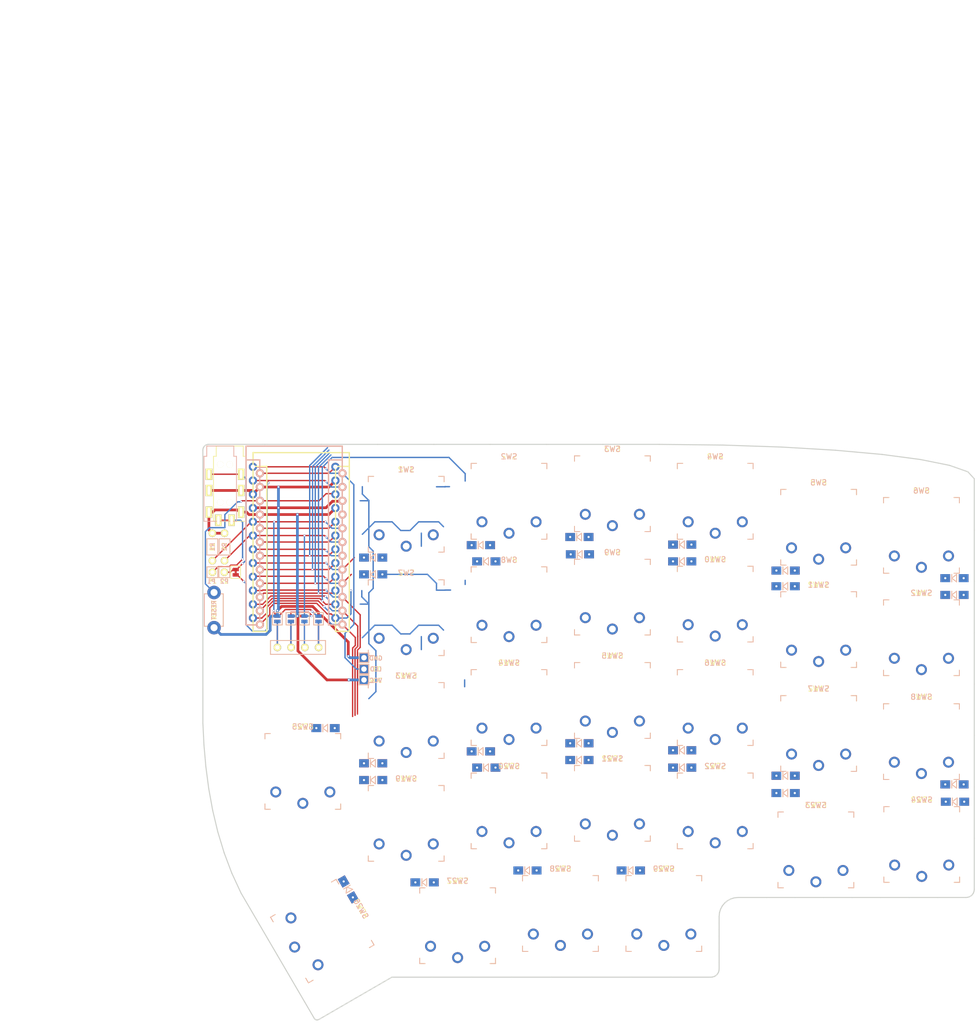
<source format=kicad_pcb>
(kicad_pcb (version 20171130) (host pcbnew "(5.1.10-1-10_14)")
  (layers (0 F.Cu signal) (31 B.Cu signal) (34 B.Paste user) (35 F.Paste user hide) (36 B.SilkS user) (37 F.SilkS user) (38 B.Mask user) (39 F.Mask user) (44 Edge.Cuts user))
  (net 0 "")
  (net 1 "Net-(D1-Pad2)")
  (net 2 row4)
  (net 3 "Net-(D2-Pad2)")
  (net 4 "Net-(D3-Pad2)")
  (net 5 row0)
  (net 6 "Net-(D4-Pad2)")
  (net 7 row1)
  (net 8 "Net-(D5-Pad2)")
  (net 9 row2)
  (net 10 "Net-(D6-Pad2)")
  (net 11 row3)
  (net 12 "Net-(D7-Pad2)")
  (net 13 "Net-(D8-Pad2)")
  (net 14 "Net-(D9-Pad2)")
  (net 15 "Net-(D10-Pad2)")
  (net 16 "Net-(D11-Pad2)")
  (net 17 "Net-(D12-Pad2)")
  (net 18 "Net-(D13-Pad2)")
  (net 19 "Net-(D14-Pad2)")
  (net 20 "Net-(D15-Pad2)")
  (net 21 "Net-(D16-Pad2)")
  (net 22 "Net-(D17-Pad2)")
  (net 23 "Net-(D18-Pad2)")
  (net 24 "Net-(D19-Pad2)")
  (net 25 "Net-(D20-Pad2)")
  (net 26 "Net-(D21-Pad2)")
  (net 27 "Net-(D22-Pad2)")
  (net 28 "Net-(D23-Pad2)")
  (net 29 "Net-(D24-Pad2)")
  (net 30 "Net-(D25-Pad2)")
  (net 31 "Net-(D26-Pad2)")
  (net 32 "Net-(D27-Pad2)")
  (net 33 "Net-(D28-Pad2)")
  (net 34 VCC)
  (net 35 GND)
  (net 36 col0)
  (net 37 col1)
  (net 38 col2)
  (net 39 col3)
  (net 40 col4)
  (net 41 col5)
  (net 42 SDA)
  (net 43 LED)
  (net 44 SCL)
  (net 45 RESET)
  (net 46 "Net-(D29-Pad2)")
  (net 47 "Net-(U1-Pad24)")
  (net 48 "Net-(U1-Pad20)")
  (net 49 "Net-(U1-Pad19)")
  (net 50 "Net-(U1-Pad7)")
  (net 51 DATA)
  (net 52 "Net-(J2-Pad4)")
  (net 53 "Net-(J2-Pad3)")
  (net 54 "Net-(J3-Pad1)")
  (net 55 "Net-(J3-Pad2)")
  (net 56 "Net-(J3-Pad3)")
  (net 57 "Net-(J3-Pad4)")
  (module keyswitches:SW_PG1350_reversible (layer F.Cu) (at 168.1 123.75)
    (fp_text reference SW29 (at 0 -8.255) (layer F.SilkS))
    (fp_text value SW_PUSH)
    (fp_text user %R (at 0 -8.255) (layer B.SilkS) (effects (justify mirror)))
    (pad "" np_thru_hole circle (at -5.5 0) (size 1.7018 1.7018) (drill 1.7018) (layers *.Cu *.Mask))
    (pad "" np_thru_hole circle (at 5.5 0) (size 1.7018 1.7018) (drill 1.7018) (layers *.Cu *.Mask))
    (pad "" np_thru_hole circle (at 5.22 -4.2) (size 0.9906 0.9906) (drill 0.9906) (layers *.Cu *.Mask))
    (pad 1 thru_hole circle (at 0 5.9) (size 2.032 2.032) (drill 1.27) (layers *.Cu *.Mask) (net 37 col1))
    (pad 2 thru_hole circle (at -5 3.8) (size 2.032 2.032) (drill 1.27) (layers *.Cu *.Mask) (net 46 "Net-(D29-Pad2)"))
    (pad "" np_thru_hole circle (at 0 0) (size 3.429 3.429) (drill 3.429) (layers *.Cu *.Mask))
    (pad 2 thru_hole circle (at 5 3.8) (size 2.032 2.032) (drill 1.27) (layers *.Cu *.Mask) (net 46 "Net-(D29-Pad2)"))
    (pad "" np_thru_hole circle (at -5.22 -4.2) (size 0.9906 0.9906) (drill 0.9906) (layers *.Cu *.Mask))
  )
  (module keyswitches:SW_PG1350_reversible (layer F.Cu) (at 149 123.75)
    (fp_text reference SW28 (at 0 -8.255) (layer F.SilkS))
    (fp_text value SW_PUSH)
    (fp_text user %R (at 0 -8.255) (layer B.SilkS) (effects (justify mirror)))
    (pad "" np_thru_hole circle (at -5.5 0) (size 1.7018 1.7018) (drill 1.7018) (layers *.Cu *.Mask))
    (pad "" np_thru_hole circle (at 5.5 0) (size 1.7018 1.7018) (drill 1.7018) (layers *.Cu *.Mask))
    (pad "" np_thru_hole circle (at 5.22 -4.2) (size 0.9906 0.9906) (drill 0.9906) (layers *.Cu *.Mask))
    (pad 1 thru_hole circle (at 0 5.9) (size 2.032 2.032) (drill 1.27) (layers *.Cu *.Mask) (net 38 col2))
    (pad 2 thru_hole circle (at -5 3.8) (size 2.032 2.032) (drill 1.27) (layers *.Cu *.Mask) (net 33 "Net-(D28-Pad2)"))
    (pad "" np_thru_hole circle (at 0 0) (size 3.429 3.429) (drill 3.429) (layers *.Cu *.Mask))
    (pad 2 thru_hole circle (at 5 3.8) (size 2.032 2.032) (drill 1.27) (layers *.Cu *.Mask) (net 33 "Net-(D28-Pad2)"))
    (pad "" np_thru_hole circle (at -5.22 -4.2) (size 0.9906 0.9906) (drill 0.9906) (layers *.Cu *.Mask))
  )
  (module keyswitches:SW_PG1350_reversible (layer F.Cu) (at 130 126)
    (fp_text reference SW27 (at 0 -8.255) (layer F.SilkS))
    (fp_text value SW_PUSH)
    (fp_text user %R (at 0 -8.255) (layer B.SilkS) (effects (justify mirror)))
    (pad "" np_thru_hole circle (at -5.5 0) (size 1.7018 1.7018) (drill 1.7018) (layers *.Cu *.Mask))
    (pad "" np_thru_hole circle (at 5.5 0) (size 1.7018 1.7018) (drill 1.7018) (layers *.Cu *.Mask))
    (pad "" np_thru_hole circle (at 5.22 -4.2) (size 0.9906 0.9906) (drill 0.9906) (layers *.Cu *.Mask))
    (pad 1 thru_hole circle (at 0 5.9) (size 2.032 2.032) (drill 1.27) (layers *.Cu *.Mask) (net 39 col3))
    (pad 2 thru_hole circle (at -5 3.8) (size 2.032 2.032) (drill 1.27) (layers *.Cu *.Mask) (net 32 "Net-(D27-Pad2)"))
    (pad "" np_thru_hole circle (at 0 0) (size 3.429 3.429) (drill 3.429) (layers *.Cu *.Mask))
    (pad 2 thru_hole circle (at 5 3.8) (size 2.032 2.032) (drill 1.27) (layers *.Cu *.Mask) (net 32 "Net-(D27-Pad2)"))
    (pad "" np_thru_hole circle (at -5.22 -4.2) (size 0.9906 0.9906) (drill 0.9906) (layers *.Cu *.Mask))
  )
  (module keyswitches:SW_PG1350_reversible (layer F.Cu) (at 105 127 300)
    (fp_text reference SW26 (at 0 -8.255 120) (layer F.SilkS))
    (fp_text value SW_PUSH)
    (fp_text user %R (at 0 -8.255 120) (layer B.SilkS) (effects (justify mirror)))
    (pad "" np_thru_hole circle (at -5.5 0 300) (size 1.7018 1.7018) (drill 1.7018) (layers *.Cu *.Mask))
    (pad "" np_thru_hole circle (at 5.5 0 300) (size 1.7018 1.7018) (drill 1.7018) (layers *.Cu *.Mask))
    (pad "" np_thru_hole circle (at 5.22 -4.2 300) (size 0.9906 0.9906) (drill 0.9906) (layers *.Cu *.Mask))
    (pad 1 thru_hole circle (at 0 5.9 300) (size 2.032 2.032) (drill 1.27) (layers *.Cu *.Mask) (net 40 col4))
    (pad 2 thru_hole circle (at -5 3.8 300) (size 2.032 2.032) (drill 1.27) (layers *.Cu *.Mask) (net 31 "Net-(D26-Pad2)"))
    (pad "" np_thru_hole circle (at 0 0 300) (size 3.429 3.429) (drill 3.429) (layers *.Cu *.Mask))
    (pad 2 thru_hole circle (at 5 3.8 300) (size 2.032 2.032) (drill 1.27) (layers *.Cu *.Mask) (net 31 "Net-(D26-Pad2)"))
    (pad "" np_thru_hole circle (at -5.22 -4.2 300) (size 0.9906 0.9906) (drill 0.9906) (layers *.Cu *.Mask))
  )
  (module keyswitches:SW_PG1350_reversible (layer F.Cu) (at 101.4 97.5)
    (fp_text reference SW25 (at 0 -8.255) (layer F.SilkS))
    (fp_text value SW_PUSH)
    (fp_text user %R (at 0 -8.255) (layer B.SilkS) (effects (justify mirror)))
    (pad "" np_thru_hole circle (at -5.5 0) (size 1.7018 1.7018) (drill 1.7018) (layers *.Cu *.Mask))
    (pad "" np_thru_hole circle (at 5.5 0) (size 1.7018 1.7018) (drill 1.7018) (layers *.Cu *.Mask))
    (pad "" np_thru_hole circle (at 5.22 -4.2) (size 0.9906 0.9906) (drill 0.9906) (layers *.Cu *.Mask))
    (pad 1 thru_hole circle (at 0 5.9) (size 2.032 2.032) (drill 1.27) (layers *.Cu *.Mask) (net 41 col5))
    (pad 2 thru_hole circle (at -5 3.8) (size 2.032 2.032) (drill 1.27) (layers *.Cu *.Mask) (net 30 "Net-(D25-Pad2)"))
    (pad "" np_thru_hole circle (at 0 0) (size 3.429 3.429) (drill 3.429) (layers *.Cu *.Mask))
    (pad 2 thru_hole circle (at 5 3.8) (size 2.032 2.032) (drill 1.27) (layers *.Cu *.Mask) (net 30 "Net-(D25-Pad2)"))
    (pad "" np_thru_hole circle (at -5.22 -4.2) (size 0.9906 0.9906) (drill 0.9906) (layers *.Cu *.Mask))
  )
  (module keyswitches:SW_PG1350_reversible (layer F.Cu) (at 215.75 111)
    (fp_text reference SW24 (at 0 -8.255) (layer F.SilkS))
    (fp_text value SW_PUSH)
    (fp_text user %R (at 0 -8.255) (layer B.SilkS) (effects (justify mirror)))
    (pad "" np_thru_hole circle (at -5.5 0) (size 1.7018 1.7018) (drill 1.7018) (layers *.Cu *.Mask))
    (pad "" np_thru_hole circle (at 5.5 0) (size 1.7018 1.7018) (drill 1.7018) (layers *.Cu *.Mask))
    (pad "" np_thru_hole circle (at 5.22 -4.2) (size 0.9906 0.9906) (drill 0.9906) (layers *.Cu *.Mask))
    (pad 1 thru_hole circle (at 0 5.9) (size 2.032 2.032) (drill 1.27) (layers *.Cu *.Mask) (net 36 col0))
    (pad 2 thru_hole circle (at -5 3.8) (size 2.032 2.032) (drill 1.27) (layers *.Cu *.Mask) (net 29 "Net-(D24-Pad2)"))
    (pad "" np_thru_hole circle (at 0 0) (size 3.429 3.429) (drill 3.429) (layers *.Cu *.Mask))
    (pad 2 thru_hole circle (at 5 3.8) (size 2.032 2.032) (drill 1.27) (layers *.Cu *.Mask) (net 29 "Net-(D24-Pad2)"))
    (pad "" np_thru_hole circle (at -5.22 -4.2) (size 0.9906 0.9906) (drill 0.9906) (layers *.Cu *.Mask))
  )
  (module keyswitches:SW_PG1350_reversible (layer F.Cu) (at 196.2 112)
    (fp_text reference SW23 (at 0 -8.255) (layer F.SilkS))
    (fp_text value SW_PUSH)
    (fp_text user %R (at 0 -8.255) (layer B.SilkS) (effects (justify mirror)))
    (pad "" np_thru_hole circle (at -5.5 0) (size 1.7018 1.7018) (drill 1.7018) (layers *.Cu *.Mask))
    (pad "" np_thru_hole circle (at 5.5 0) (size 1.7018 1.7018) (drill 1.7018) (layers *.Cu *.Mask))
    (pad "" np_thru_hole circle (at 5.22 -4.2) (size 0.9906 0.9906) (drill 0.9906) (layers *.Cu *.Mask))
    (pad 1 thru_hole circle (at 0 5.9) (size 2.032 2.032) (drill 1.27) (layers *.Cu *.Mask) (net 37 col1))
    (pad 2 thru_hole circle (at -5 3.8) (size 2.032 2.032) (drill 1.27) (layers *.Cu *.Mask) (net 28 "Net-(D23-Pad2)"))
    (pad "" np_thru_hole circle (at 0 0) (size 3.429 3.429) (drill 3.429) (layers *.Cu *.Mask))
    (pad 2 thru_hole circle (at 5 3.8) (size 2.032 2.032) (drill 1.27) (layers *.Cu *.Mask) (net 28 "Net-(D23-Pad2)"))
    (pad "" np_thru_hole circle (at -5.22 -4.2) (size 0.9906 0.9906) (drill 0.9906) (layers *.Cu *.Mask))
  )
  (module keyswitches:SW_PG1350_reversible (layer F.Cu) (at 177.6 104.8)
    (fp_text reference SW22 (at 0 -8.255) (layer F.SilkS))
    (fp_text value SW_PUSH)
    (fp_text user %R (at 0 -8.255) (layer B.SilkS) (effects (justify mirror)))
    (pad "" np_thru_hole circle (at -5.5 0) (size 1.7018 1.7018) (drill 1.7018) (layers *.Cu *.Mask))
    (pad "" np_thru_hole circle (at 5.5 0) (size 1.7018 1.7018) (drill 1.7018) (layers *.Cu *.Mask))
    (pad "" np_thru_hole circle (at 5.22 -4.2) (size 0.9906 0.9906) (drill 0.9906) (layers *.Cu *.Mask))
    (pad 1 thru_hole circle (at 0 5.9) (size 2.032 2.032) (drill 1.27) (layers *.Cu *.Mask) (net 38 col2))
    (pad 2 thru_hole circle (at -5 3.8) (size 2.032 2.032) (drill 1.27) (layers *.Cu *.Mask) (net 27 "Net-(D22-Pad2)"))
    (pad "" np_thru_hole circle (at 0 0) (size 3.429 3.429) (drill 3.429) (layers *.Cu *.Mask))
    (pad 2 thru_hole circle (at 5 3.8) (size 2.032 2.032) (drill 1.27) (layers *.Cu *.Mask) (net 27 "Net-(D22-Pad2)"))
    (pad "" np_thru_hole circle (at -5.22 -4.2) (size 0.9906 0.9906) (drill 0.9906) (layers *.Cu *.Mask))
  )
  (module keyswitches:SW_PG1350_reversible (layer F.Cu) (at 158.6 103.4)
    (fp_text reference SW21 (at 0 -8.255) (layer F.SilkS))
    (fp_text value SW_PUSH)
    (fp_text user %R (at 0 -8.255) (layer B.SilkS) (effects (justify mirror)))
    (pad "" np_thru_hole circle (at -5.5 0) (size 1.7018 1.7018) (drill 1.7018) (layers *.Cu *.Mask))
    (pad "" np_thru_hole circle (at 5.5 0) (size 1.7018 1.7018) (drill 1.7018) (layers *.Cu *.Mask))
    (pad "" np_thru_hole circle (at 5.22 -4.2) (size 0.9906 0.9906) (drill 0.9906) (layers *.Cu *.Mask))
    (pad 1 thru_hole circle (at 0 5.9) (size 2.032 2.032) (drill 1.27) (layers *.Cu *.Mask) (net 39 col3))
    (pad 2 thru_hole circle (at -5 3.8) (size 2.032 2.032) (drill 1.27) (layers *.Cu *.Mask) (net 26 "Net-(D21-Pad2)"))
    (pad "" np_thru_hole circle (at 0 0) (size 3.429 3.429) (drill 3.429) (layers *.Cu *.Mask))
    (pad 2 thru_hole circle (at 5 3.8) (size 2.032 2.032) (drill 1.27) (layers *.Cu *.Mask) (net 26 "Net-(D21-Pad2)"))
    (pad "" np_thru_hole circle (at -5.22 -4.2) (size 0.9906 0.9906) (drill 0.9906) (layers *.Cu *.Mask))
  )
  (module keyswitches:SW_PG1350_reversible (layer F.Cu) (at 139.5 104.8)
    (fp_text reference SW20 (at 0 -8.255) (layer F.SilkS))
    (fp_text value SW_PUSH)
    (fp_text user %R (at 0 -8.255) (layer B.SilkS) (effects (justify mirror)))
    (pad "" np_thru_hole circle (at -5.5 0) (size 1.7018 1.7018) (drill 1.7018) (layers *.Cu *.Mask))
    (pad "" np_thru_hole circle (at 5.5 0) (size 1.7018 1.7018) (drill 1.7018) (layers *.Cu *.Mask))
    (pad "" np_thru_hole circle (at 5.22 -4.2) (size 0.9906 0.9906) (drill 0.9906) (layers *.Cu *.Mask))
    (pad 1 thru_hole circle (at 0 5.9) (size 2.032 2.032) (drill 1.27) (layers *.Cu *.Mask) (net 40 col4))
    (pad 2 thru_hole circle (at -5 3.8) (size 2.032 2.032) (drill 1.27) (layers *.Cu *.Mask) (net 25 "Net-(D20-Pad2)"))
    (pad "" np_thru_hole circle (at 0 0) (size 3.429 3.429) (drill 3.429) (layers *.Cu *.Mask))
    (pad 2 thru_hole circle (at 5 3.8) (size 2.032 2.032) (drill 1.27) (layers *.Cu *.Mask) (net 25 "Net-(D20-Pad2)"))
    (pad "" np_thru_hole circle (at -5.22 -4.2) (size 0.9906 0.9906) (drill 0.9906) (layers *.Cu *.Mask))
  )
  (module keyswitches:SW_PG1350_reversible (layer F.Cu) (at 120.5 107.1)
    (fp_text reference SW19 (at 0 -8.255) (layer F.SilkS))
    (fp_text value SW_PUSH)
    (fp_text user %R (at 0 -8.255) (layer B.SilkS) (effects (justify mirror)))
    (pad "" np_thru_hole circle (at -5.5 0) (size 1.7018 1.7018) (drill 1.7018) (layers *.Cu *.Mask))
    (pad "" np_thru_hole circle (at 5.5 0) (size 1.7018 1.7018) (drill 1.7018) (layers *.Cu *.Mask))
    (pad "" np_thru_hole circle (at 5.22 -4.2) (size 0.9906 0.9906) (drill 0.9906) (layers *.Cu *.Mask))
    (pad 1 thru_hole circle (at 0 5.9) (size 2.032 2.032) (drill 1.27) (layers *.Cu *.Mask) (net 41 col5))
    (pad 2 thru_hole circle (at -5 3.8) (size 2.032 2.032) (drill 1.27) (layers *.Cu *.Mask) (net 24 "Net-(D19-Pad2)"))
    (pad "" np_thru_hole circle (at 0 0) (size 3.429 3.429) (drill 3.429) (layers *.Cu *.Mask))
    (pad 2 thru_hole circle (at 5 3.8) (size 2.032 2.032) (drill 1.27) (layers *.Cu *.Mask) (net 24 "Net-(D19-Pad2)"))
    (pad "" np_thru_hole circle (at -5.22 -4.2) (size 0.9906 0.9906) (drill 0.9906) (layers *.Cu *.Mask))
  )
  (module keyswitches:SW_PG1350_reversible (layer F.Cu) (at 215.7 92)
    (fp_text reference SW18 (at 0 -8.255) (layer F.SilkS))
    (fp_text value SW_PUSH)
    (fp_text user %R (at 0 -8.255) (layer B.SilkS) (effects (justify mirror)))
    (pad "" np_thru_hole circle (at -5.5 0) (size 1.7018 1.7018) (drill 1.7018) (layers *.Cu *.Mask))
    (pad "" np_thru_hole circle (at 5.5 0) (size 1.7018 1.7018) (drill 1.7018) (layers *.Cu *.Mask))
    (pad "" np_thru_hole circle (at 5.22 -4.2) (size 0.9906 0.9906) (drill 0.9906) (layers *.Cu *.Mask))
    (pad 1 thru_hole circle (at 0 5.9) (size 2.032 2.032) (drill 1.27) (layers *.Cu *.Mask) (net 36 col0))
    (pad 2 thru_hole circle (at -5 3.8) (size 2.032 2.032) (drill 1.27) (layers *.Cu *.Mask) (net 23 "Net-(D18-Pad2)"))
    (pad "" np_thru_hole circle (at 0 0) (size 3.429 3.429) (drill 3.429) (layers *.Cu *.Mask))
    (pad 2 thru_hole circle (at 5 3.8) (size 2.032 2.032) (drill 1.27) (layers *.Cu *.Mask) (net 23 "Net-(D18-Pad2)"))
    (pad "" np_thru_hole circle (at -5.22 -4.2) (size 0.9906 0.9906) (drill 0.9906) (layers *.Cu *.Mask))
  )
  (module keyswitches:SW_PG1350_reversible (layer F.Cu) (at 196.7 90.5)
    (fp_text reference SW17 (at 0 -8.255) (layer F.SilkS))
    (fp_text value SW_PUSH)
    (fp_text user %R (at 0 -8.255) (layer B.SilkS) (effects (justify mirror)))
    (pad "" np_thru_hole circle (at -5.5 0) (size 1.7018 1.7018) (drill 1.7018) (layers *.Cu *.Mask))
    (pad "" np_thru_hole circle (at 5.5 0) (size 1.7018 1.7018) (drill 1.7018) (layers *.Cu *.Mask))
    (pad "" np_thru_hole circle (at 5.22 -4.2) (size 0.9906 0.9906) (drill 0.9906) (layers *.Cu *.Mask))
    (pad 1 thru_hole circle (at 0 5.9) (size 2.032 2.032) (drill 1.27) (layers *.Cu *.Mask) (net 37 col1))
    (pad 2 thru_hole circle (at -5 3.8) (size 2.032 2.032) (drill 1.27) (layers *.Cu *.Mask) (net 22 "Net-(D17-Pad2)"))
    (pad "" np_thru_hole circle (at 0 0) (size 3.429 3.429) (drill 3.429) (layers *.Cu *.Mask))
    (pad 2 thru_hole circle (at 5 3.8) (size 2.032 2.032) (drill 1.27) (layers *.Cu *.Mask) (net 22 "Net-(D17-Pad2)"))
    (pad "" np_thru_hole circle (at -5.22 -4.2) (size 0.9906 0.9906) (drill 0.9906) (layers *.Cu *.Mask))
  )
  (module keyswitches:SW_PG1350_reversible (layer F.Cu) (at 177.6 85.7)
    (fp_text reference SW16 (at 0 -8.255) (layer F.SilkS))
    (fp_text value SW_PUSH)
    (fp_text user %R (at 0 -8.255) (layer B.SilkS) (effects (justify mirror)))
    (pad "" np_thru_hole circle (at -5.5 0) (size 1.7018 1.7018) (drill 1.7018) (layers *.Cu *.Mask))
    (pad "" np_thru_hole circle (at 5.5 0) (size 1.7018 1.7018) (drill 1.7018) (layers *.Cu *.Mask))
    (pad "" np_thru_hole circle (at 5.22 -4.2) (size 0.9906 0.9906) (drill 0.9906) (layers *.Cu *.Mask))
    (pad 1 thru_hole circle (at 0 5.9) (size 2.032 2.032) (drill 1.27) (layers *.Cu *.Mask) (net 38 col2))
    (pad 2 thru_hole circle (at -5 3.8) (size 2.032 2.032) (drill 1.27) (layers *.Cu *.Mask) (net 21 "Net-(D16-Pad2)"))
    (pad "" np_thru_hole circle (at 0 0) (size 3.429 3.429) (drill 3.429) (layers *.Cu *.Mask))
    (pad 2 thru_hole circle (at 5 3.8) (size 2.032 2.032) (drill 1.27) (layers *.Cu *.Mask) (net 21 "Net-(D16-Pad2)"))
    (pad "" np_thru_hole circle (at -5.22 -4.2) (size 0.9906 0.9906) (drill 0.9906) (layers *.Cu *.Mask))
  )
  (module keyswitches:SW_PG1350_reversible (layer F.Cu) (at 158.6 84.4)
    (fp_text reference SW15 (at 0 -8.255) (layer F.SilkS))
    (fp_text value SW_PUSH)
    (fp_text user %R (at 0 -8.255) (layer B.SilkS) (effects (justify mirror)))
    (pad "" np_thru_hole circle (at -5.5 0) (size 1.7018 1.7018) (drill 1.7018) (layers *.Cu *.Mask))
    (pad "" np_thru_hole circle (at 5.5 0) (size 1.7018 1.7018) (drill 1.7018) (layers *.Cu *.Mask))
    (pad "" np_thru_hole circle (at 5.22 -4.2) (size 0.9906 0.9906) (drill 0.9906) (layers *.Cu *.Mask))
    (pad 1 thru_hole circle (at 0 5.9) (size 2.032 2.032) (drill 1.27) (layers *.Cu *.Mask) (net 39 col3))
    (pad 2 thru_hole circle (at -5 3.8) (size 2.032 2.032) (drill 1.27) (layers *.Cu *.Mask) (net 20 "Net-(D15-Pad2)"))
    (pad "" np_thru_hole circle (at 0 0) (size 3.429 3.429) (drill 3.429) (layers *.Cu *.Mask))
    (pad 2 thru_hole circle (at 5 3.8) (size 2.032 2.032) (drill 1.27) (layers *.Cu *.Mask) (net 20 "Net-(D15-Pad2)"))
    (pad "" np_thru_hole circle (at -5.22 -4.2) (size 0.9906 0.9906) (drill 0.9906) (layers *.Cu *.Mask))
  )
  (module keyswitches:SW_PG1350_reversible (layer F.Cu) (at 139.5 85.7)
    (fp_text reference SW14 (at 0 -8.255) (layer F.SilkS))
    (fp_text value SW_PUSH)
    (fp_text user %R (at 0 -8.255) (layer B.SilkS) (effects (justify mirror)))
    (pad "" np_thru_hole circle (at -5.5 0) (size 1.7018 1.7018) (drill 1.7018) (layers *.Cu *.Mask))
    (pad "" np_thru_hole circle (at 5.5 0) (size 1.7018 1.7018) (drill 1.7018) (layers *.Cu *.Mask))
    (pad "" np_thru_hole circle (at 5.22 -4.2) (size 0.9906 0.9906) (drill 0.9906) (layers *.Cu *.Mask))
    (pad 1 thru_hole circle (at 0 5.9) (size 2.032 2.032) (drill 1.27) (layers *.Cu *.Mask) (net 40 col4))
    (pad 2 thru_hole circle (at -5 3.8) (size 2.032 2.032) (drill 1.27) (layers *.Cu *.Mask) (net 19 "Net-(D14-Pad2)"))
    (pad "" np_thru_hole circle (at 0 0) (size 3.429 3.429) (drill 3.429) (layers *.Cu *.Mask))
    (pad 2 thru_hole circle (at 5 3.8) (size 2.032 2.032) (drill 1.27) (layers *.Cu *.Mask) (net 19 "Net-(D14-Pad2)"))
    (pad "" np_thru_hole circle (at -5.22 -4.2) (size 0.9906 0.9906) (drill 0.9906) (layers *.Cu *.Mask))
  )
  (module keyswitches:SW_PG1350_reversible (layer F.Cu) (at 120.5 88.1)
    (fp_text reference SW13 (at 0 -8.255) (layer F.SilkS))
    (fp_text value SW_PUSH)
    (fp_text user %R (at 0 -8.255) (layer B.SilkS) (effects (justify mirror)))
    (pad "" np_thru_hole circle (at -5.5 0) (size 1.7018 1.7018) (drill 1.7018) (layers *.Cu *.Mask))
    (pad "" np_thru_hole circle (at 5.5 0) (size 1.7018 1.7018) (drill 1.7018) (layers *.Cu *.Mask))
    (pad "" np_thru_hole circle (at 5.22 -4.2) (size 0.9906 0.9906) (drill 0.9906) (layers *.Cu *.Mask))
    (pad 1 thru_hole circle (at 0 5.9) (size 2.032 2.032) (drill 1.27) (layers *.Cu *.Mask) (net 41 col5))
    (pad 2 thru_hole circle (at -5 3.8) (size 2.032 2.032) (drill 1.27) (layers *.Cu *.Mask) (net 18 "Net-(D13-Pad2)"))
    (pad "" np_thru_hole circle (at 0 0) (size 3.429 3.429) (drill 3.429) (layers *.Cu *.Mask))
    (pad 2 thru_hole circle (at 5 3.8) (size 2.032 2.032) (drill 1.27) (layers *.Cu *.Mask) (net 18 "Net-(D13-Pad2)"))
    (pad "" np_thru_hole circle (at -5.22 -4.2) (size 0.9906 0.9906) (drill 0.9906) (layers *.Cu *.Mask))
  )
  (module keyswitches:SW_PG1350_reversible (layer F.Cu) (at 215.7 72.8)
    (fp_text reference SW12 (at 0 -8.255) (layer F.SilkS))
    (fp_text value SW_PUSH)
    (fp_text user %R (at 0 -8.255) (layer B.SilkS) (effects (justify mirror)))
    (pad "" np_thru_hole circle (at -5.5 0) (size 1.7018 1.7018) (drill 1.7018) (layers *.Cu *.Mask))
    (pad "" np_thru_hole circle (at 5.5 0) (size 1.7018 1.7018) (drill 1.7018) (layers *.Cu *.Mask))
    (pad "" np_thru_hole circle (at 5.22 -4.2) (size 0.9906 0.9906) (drill 0.9906) (layers *.Cu *.Mask))
    (pad 1 thru_hole circle (at 0 5.9) (size 2.032 2.032) (drill 1.27) (layers *.Cu *.Mask) (net 36 col0))
    (pad 2 thru_hole circle (at -5 3.8) (size 2.032 2.032) (drill 1.27) (layers *.Cu *.Mask) (net 17 "Net-(D12-Pad2)"))
    (pad "" np_thru_hole circle (at 0 0) (size 3.429 3.429) (drill 3.429) (layers *.Cu *.Mask))
    (pad 2 thru_hole circle (at 5 3.8) (size 2.032 2.032) (drill 1.27) (layers *.Cu *.Mask) (net 17 "Net-(D12-Pad2)"))
    (pad "" np_thru_hole circle (at -5.22 -4.2) (size 0.9906 0.9906) (drill 0.9906) (layers *.Cu *.Mask))
  )
  (module keyswitches:SW_PG1350_reversible (layer F.Cu) (at 196.7 71.3)
    (fp_text reference SW11 (at 0 -8.255) (layer F.SilkS))
    (fp_text value SW_PUSH)
    (fp_text user %R (at 0 -8.255) (layer B.SilkS) (effects (justify mirror)))
    (pad "" np_thru_hole circle (at -5.5 0) (size 1.7018 1.7018) (drill 1.7018) (layers *.Cu *.Mask))
    (pad "" np_thru_hole circle (at 5.5 0) (size 1.7018 1.7018) (drill 1.7018) (layers *.Cu *.Mask))
    (pad "" np_thru_hole circle (at 5.22 -4.2) (size 0.9906 0.9906) (drill 0.9906) (layers *.Cu *.Mask))
    (pad 1 thru_hole circle (at 0 5.9) (size 2.032 2.032) (drill 1.27) (layers *.Cu *.Mask) (net 37 col1))
    (pad 2 thru_hole circle (at -5 3.8) (size 2.032 2.032) (drill 1.27) (layers *.Cu *.Mask) (net 16 "Net-(D11-Pad2)"))
    (pad "" np_thru_hole circle (at 0 0) (size 3.429 3.429) (drill 3.429) (layers *.Cu *.Mask))
    (pad 2 thru_hole circle (at 5 3.8) (size 2.032 2.032) (drill 1.27) (layers *.Cu *.Mask) (net 16 "Net-(D11-Pad2)"))
    (pad "" np_thru_hole circle (at -5.22 -4.2) (size 0.9906 0.9906) (drill 0.9906) (layers *.Cu *.Mask))
  )
  (module keyswitches:SW_PG1350_reversible (layer F.Cu) (at 177.6 66.6)
    (fp_text reference SW10 (at 0 -8.255) (layer F.SilkS))
    (fp_text value SW_PUSH)
    (fp_text user %R (at 0 -8.255) (layer B.SilkS) (effects (justify mirror)))
    (pad "" np_thru_hole circle (at -5.5 0) (size 1.7018 1.7018) (drill 1.7018) (layers *.Cu *.Mask))
    (pad "" np_thru_hole circle (at 5.5 0) (size 1.7018 1.7018) (drill 1.7018) (layers *.Cu *.Mask))
    (pad "" np_thru_hole circle (at 5.22 -4.2) (size 0.9906 0.9906) (drill 0.9906) (layers *.Cu *.Mask))
    (pad 1 thru_hole circle (at 0 5.9) (size 2.032 2.032) (drill 1.27) (layers *.Cu *.Mask) (net 38 col2))
    (pad 2 thru_hole circle (at -5 3.8) (size 2.032 2.032) (drill 1.27) (layers *.Cu *.Mask) (net 15 "Net-(D10-Pad2)"))
    (pad "" np_thru_hole circle (at 0 0) (size 3.429 3.429) (drill 3.429) (layers *.Cu *.Mask))
    (pad 2 thru_hole circle (at 5 3.8) (size 2.032 2.032) (drill 1.27) (layers *.Cu *.Mask) (net 15 "Net-(D10-Pad2)"))
    (pad "" np_thru_hole circle (at -5.22 -4.2) (size 0.9906 0.9906) (drill 0.9906) (layers *.Cu *.Mask))
  )
  (module keyswitches:SW_PG1350_reversible (layer F.Cu) (at 158.6 65.3)
    (fp_text reference SW9 (at 0 -8.255) (layer F.SilkS))
    (fp_text value SW_PUSH)
    (fp_text user %R (at 0 -8.255) (layer B.SilkS) (effects (justify mirror)))
    (pad "" np_thru_hole circle (at -5.5 0) (size 1.7018 1.7018) (drill 1.7018) (layers *.Cu *.Mask))
    (pad "" np_thru_hole circle (at 5.5 0) (size 1.7018 1.7018) (drill 1.7018) (layers *.Cu *.Mask))
    (pad "" np_thru_hole circle (at 5.22 -4.2) (size 0.9906 0.9906) (drill 0.9906) (layers *.Cu *.Mask))
    (pad 1 thru_hole circle (at 0 5.9) (size 2.032 2.032) (drill 1.27) (layers *.Cu *.Mask) (net 39 col3))
    (pad 2 thru_hole circle (at -5 3.8) (size 2.032 2.032) (drill 1.27) (layers *.Cu *.Mask) (net 14 "Net-(D9-Pad2)"))
    (pad "" np_thru_hole circle (at 0 0) (size 3.429 3.429) (drill 3.429) (layers *.Cu *.Mask))
    (pad 2 thru_hole circle (at 5 3.8) (size 2.032 2.032) (drill 1.27) (layers *.Cu *.Mask) (net 14 "Net-(D9-Pad2)"))
    (pad "" np_thru_hole circle (at -5.22 -4.2) (size 0.9906 0.9906) (drill 0.9906) (layers *.Cu *.Mask))
  )
  (module keyswitches:SW_PG1350_reversible (layer F.Cu) (at 139.5 66.7)
    (fp_text reference SW8 (at 0 -8.255) (layer F.SilkS))
    (fp_text value SW_PUSH)
    (fp_text user %R (at 0 -8.255) (layer B.SilkS) (effects (justify mirror)))
    (pad "" np_thru_hole circle (at -5.5 0) (size 1.7018 1.7018) (drill 1.7018) (layers *.Cu *.Mask))
    (pad "" np_thru_hole circle (at 5.5 0) (size 1.7018 1.7018) (drill 1.7018) (layers *.Cu *.Mask))
    (pad "" np_thru_hole circle (at 5.22 -4.2) (size 0.9906 0.9906) (drill 0.9906) (layers *.Cu *.Mask))
    (pad 1 thru_hole circle (at 0 5.9) (size 2.032 2.032) (drill 1.27) (layers *.Cu *.Mask) (net 40 col4))
    (pad 2 thru_hole circle (at -5 3.8) (size 2.032 2.032) (drill 1.27) (layers *.Cu *.Mask) (net 13 "Net-(D8-Pad2)"))
    (pad "" np_thru_hole circle (at 0 0) (size 3.429 3.429) (drill 3.429) (layers *.Cu *.Mask))
    (pad 2 thru_hole circle (at 5 3.8) (size 2.032 2.032) (drill 1.27) (layers *.Cu *.Mask) (net 13 "Net-(D8-Pad2)"))
    (pad "" np_thru_hole circle (at -5.22 -4.2) (size 0.9906 0.9906) (drill 0.9906) (layers *.Cu *.Mask))
  )
  (module keyswitches:SW_PG1350_reversible (layer F.Cu) (at 120.5 69.1)
    (fp_text reference SW7 (at 0 -8.255) (layer F.SilkS))
    (fp_text value SW_PUSH)
    (fp_text user %R (at 0 -8.255) (layer B.SilkS) (effects (justify mirror)))
    (pad "" np_thru_hole circle (at -5.5 0) (size 1.7018 1.7018) (drill 1.7018) (layers *.Cu *.Mask))
    (pad "" np_thru_hole circle (at 5.5 0) (size 1.7018 1.7018) (drill 1.7018) (layers *.Cu *.Mask))
    (pad "" np_thru_hole circle (at 5.22 -4.2) (size 0.9906 0.9906) (drill 0.9906) (layers *.Cu *.Mask))
    (pad 1 thru_hole circle (at 0 5.9) (size 2.032 2.032) (drill 1.27) (layers *.Cu *.Mask) (net 41 col5))
    (pad 2 thru_hole circle (at -5 3.8) (size 2.032 2.032) (drill 1.27) (layers *.Cu *.Mask) (net 12 "Net-(D7-Pad2)"))
    (pad "" np_thru_hole circle (at 0 0) (size 3.429 3.429) (drill 3.429) (layers *.Cu *.Mask))
    (pad 2 thru_hole circle (at 5 3.8) (size 2.032 2.032) (drill 1.27) (layers *.Cu *.Mask) (net 12 "Net-(D7-Pad2)"))
    (pad "" np_thru_hole circle (at -5.22 -4.2) (size 0.9906 0.9906) (drill 0.9906) (layers *.Cu *.Mask))
  )
  (module keyswitches:SW_PG1350_reversible (layer F.Cu) (at 215.7 53.9)
    (fp_text reference SW6 (at 0 -8.255) (layer F.SilkS))
    (fp_text value SW_PUSH)
    (fp_text user %R (at 0 -8.255) (layer B.SilkS) (effects (justify mirror)))
    (pad "" np_thru_hole circle (at -5.5 0) (size 1.7018 1.7018) (drill 1.7018) (layers *.Cu *.Mask))
    (pad "" np_thru_hole circle (at 5.5 0) (size 1.7018 1.7018) (drill 1.7018) (layers *.Cu *.Mask))
    (pad "" np_thru_hole circle (at 5.22 -4.2) (size 0.9906 0.9906) (drill 0.9906) (layers *.Cu *.Mask))
    (pad 1 thru_hole circle (at 0 5.9) (size 2.032 2.032) (drill 1.27) (layers *.Cu *.Mask) (net 36 col0))
    (pad 2 thru_hole circle (at -5 3.8) (size 2.032 2.032) (drill 1.27) (layers *.Cu *.Mask) (net 10 "Net-(D6-Pad2)"))
    (pad "" np_thru_hole circle (at 0 0) (size 3.429 3.429) (drill 3.429) (layers *.Cu *.Mask))
    (pad 2 thru_hole circle (at 5 3.8) (size 2.032 2.032) (drill 1.27) (layers *.Cu *.Mask) (net 10 "Net-(D6-Pad2)"))
    (pad "" np_thru_hole circle (at -5.22 -4.2) (size 0.9906 0.9906) (drill 0.9906) (layers *.Cu *.Mask))
  )
  (module keyswitches:SW_PG1350_reversible (layer F.Cu) (at 196.7 52.4)
    (fp_text reference SW5 (at 0 -8.255) (layer F.SilkS))
    (fp_text value SW_PUSH)
    (fp_text user %R (at 0 -8.255) (layer B.SilkS) (effects (justify mirror)))
    (pad "" np_thru_hole circle (at -5.5 0) (size 1.7018 1.7018) (drill 1.7018) (layers *.Cu *.Mask))
    (pad "" np_thru_hole circle (at 5.5 0) (size 1.7018 1.7018) (drill 1.7018) (layers *.Cu *.Mask))
    (pad "" np_thru_hole circle (at 5.22 -4.2) (size 0.9906 0.9906) (drill 0.9906) (layers *.Cu *.Mask))
    (pad 1 thru_hole circle (at 0 5.9) (size 2.032 2.032) (drill 1.27) (layers *.Cu *.Mask) (net 37 col1))
    (pad 2 thru_hole circle (at -5 3.8) (size 2.032 2.032) (drill 1.27) (layers *.Cu *.Mask) (net 8 "Net-(D5-Pad2)"))
    (pad "" np_thru_hole circle (at 0 0) (size 3.429 3.429) (drill 3.429) (layers *.Cu *.Mask))
    (pad 2 thru_hole circle (at 5 3.8) (size 2.032 2.032) (drill 1.27) (layers *.Cu *.Mask) (net 8 "Net-(D5-Pad2)"))
    (pad "" np_thru_hole circle (at -5.22 -4.2) (size 0.9906 0.9906) (drill 0.9906) (layers *.Cu *.Mask))
  )
  (module keyswitches:SW_PG1350_reversible (layer F.Cu) (at 177.6 47.6)
    (fp_text reference SW4 (at 0 -8.255) (layer F.SilkS))
    (fp_text value SW_PUSH)
    (fp_text user %R (at 0 -8.255) (layer B.SilkS) (effects (justify mirror)))
    (pad "" np_thru_hole circle (at -5.5 0) (size 1.7018 1.7018) (drill 1.7018) (layers *.Cu *.Mask))
    (pad "" np_thru_hole circle (at 5.5 0) (size 1.7018 1.7018) (drill 1.7018) (layers *.Cu *.Mask))
    (pad "" np_thru_hole circle (at 5.22 -4.2) (size 0.9906 0.9906) (drill 0.9906) (layers *.Cu *.Mask))
    (pad 1 thru_hole circle (at 0 5.9) (size 2.032 2.032) (drill 1.27) (layers *.Cu *.Mask) (net 38 col2))
    (pad 2 thru_hole circle (at -5 3.8) (size 2.032 2.032) (drill 1.27) (layers *.Cu *.Mask) (net 6 "Net-(D4-Pad2)"))
    (pad "" np_thru_hole circle (at 0 0) (size 3.429 3.429) (drill 3.429) (layers *.Cu *.Mask))
    (pad 2 thru_hole circle (at 5 3.8) (size 2.032 2.032) (drill 1.27) (layers *.Cu *.Mask) (net 6 "Net-(D4-Pad2)"))
    (pad "" np_thru_hole circle (at -5.22 -4.2) (size 0.9906 0.9906) (drill 0.9906) (layers *.Cu *.Mask))
  )
  (module keyswitches:SW_PG1350_reversible (layer F.Cu) (at 158.6 46.21)
    (fp_text reference SW3 (at 0 -8.255) (layer F.SilkS))
    (fp_text value SW_PUSH)
    (fp_text user %R (at 0 -8.255) (layer B.SilkS) (effects (justify mirror)))
    (pad "" np_thru_hole circle (at -5.5 0) (size 1.7018 1.7018) (drill 1.7018) (layers *.Cu *.Mask))
    (pad "" np_thru_hole circle (at 5.5 0) (size 1.7018 1.7018) (drill 1.7018) (layers *.Cu *.Mask))
    (pad "" np_thru_hole circle (at 5.22 -4.2) (size 0.9906 0.9906) (drill 0.9906) (layers *.Cu *.Mask))
    (pad 1 thru_hole circle (at 0 5.9) (size 2.032 2.032) (drill 1.27) (layers *.Cu *.Mask) (net 39 col3))
    (pad 2 thru_hole circle (at -5 3.8) (size 2.032 2.032) (drill 1.27) (layers *.Cu *.Mask) (net 4 "Net-(D3-Pad2)"))
    (pad "" np_thru_hole circle (at 0 0) (size 3.429 3.429) (drill 3.429) (layers *.Cu *.Mask))
    (pad 2 thru_hole circle (at 5 3.8) (size 2.032 2.032) (drill 1.27) (layers *.Cu *.Mask) (net 4 "Net-(D3-Pad2)"))
    (pad "" np_thru_hole circle (at -5.22 -4.2) (size 0.9906 0.9906) (drill 0.9906) (layers *.Cu *.Mask))
  )
  (module keyswitches:SW_PG1350_reversible (layer F.Cu) (at 139.5 47.6)
    (fp_text reference SW2 (at 0 -8.255) (layer F.SilkS))
    (fp_text value SW_PUSH)
    (fp_text user %R (at 0 -8.255) (layer B.SilkS) (effects (justify mirror)))
    (pad "" np_thru_hole circle (at -5.5 0) (size 1.7018 1.7018) (drill 1.7018) (layers *.Cu *.Mask))
    (pad "" np_thru_hole circle (at 5.5 0) (size 1.7018 1.7018) (drill 1.7018) (layers *.Cu *.Mask))
    (pad "" np_thru_hole circle (at 5.22 -4.2) (size 0.9906 0.9906) (drill 0.9906) (layers *.Cu *.Mask))
    (pad 1 thru_hole circle (at 0 5.9) (size 2.032 2.032) (drill 1.27) (layers *.Cu *.Mask) (net 40 col4))
    (pad 2 thru_hole circle (at -5 3.8) (size 2.032 2.032) (drill 1.27) (layers *.Cu *.Mask) (net 3 "Net-(D2-Pad2)"))
    (pad "" np_thru_hole circle (at 0 0) (size 3.429 3.429) (drill 3.429) (layers *.Cu *.Mask))
    (pad 2 thru_hole circle (at 5 3.8) (size 2.032 2.032) (drill 1.27) (layers *.Cu *.Mask) (net 3 "Net-(D2-Pad2)"))
    (pad "" np_thru_hole circle (at -5.22 -4.2) (size 0.9906 0.9906) (drill 0.9906) (layers *.Cu *.Mask))
  )
  (module keyswitches:SW_PG1350_reversible (layer F.Cu) (at 120.5 50)
    (fp_text reference SW1 (at 0 -8.255) (layer F.SilkS))
    (fp_text value SW_PUSH)
    (fp_text user %R (at 0 -8.255) (layer B.SilkS) (effects (justify mirror)))
    (pad "" np_thru_hole circle (at -5.5 0) (size 1.7018 1.7018) (drill 1.7018) (layers *.Cu *.Mask))
    (pad "" np_thru_hole circle (at 5.5 0) (size 1.7018 1.7018) (drill 1.7018) (layers *.Cu *.Mask))
    (pad "" np_thru_hole circle (at 5.22 -4.2) (size 0.9906 0.9906) (drill 0.9906) (layers *.Cu *.Mask))
    (pad 1 thru_hole circle (at 0 5.9) (size 2.032 2.032) (drill 1.27) (layers *.Cu *.Mask) (net 41 col5))
    (pad 2 thru_hole circle (at -5 3.8) (size 2.032 2.032) (drill 1.27) (layers *.Cu *.Mask) (net 1 "Net-(D1-Pad2)"))
    (pad "" np_thru_hole circle (at 0 0) (size 3.429 3.429) (drill 3.429) (layers *.Cu *.Mask))
    (pad 2 thru_hole circle (at 5 3.8) (size 2.032 2.032) (drill 1.27) (layers *.Cu *.Mask) (net 1 "Net-(D1-Pad2)"))
    (pad "" np_thru_hole circle (at -5.22 -4.2) (size 0.9906 0.9906) (drill 0.9906) (layers *.Cu *.Mask))
  )
  (module Lily58-footprint:MJ-4PP-9 (layer F.Cu) (at 87.9 39.3)
    (fp_text reference J2 hide)
    (fp_text value 4PIN hide)
    (pad "" np_thru_hole circle (at -1.75 8.5) (size 1.2 1.2) (drill 1.2) (layers *.Cu *.Mask F.SilkS))
    (pad "" np_thru_hole circle (at -1.75 1.5) (size 1.2 1.2) (drill 1.2) (layers *.Cu *.Mask F.SilkS))
    (pad 1 thru_hole rect (at -3.85 10.3) (size 1.2 2.1) (drill oval 0.5 1.6) (layers *.Cu *.Mask F.SilkS) (net 34 VCC) (clearance 0.15))
    (pad 4 thru_hole rect (at 0.35 11.8) (size 1.2 2.1) (drill oval 0.5 1.6) (layers *.Cu *.Mask F.SilkS) (net 52 "Net-(J2-Pad4)") (clearance 0.15))
    (pad 3 thru_hole rect (at -3.85 3.3) (size 1.2 2.1) (drill oval 0.5 1.6) (layers *.Cu *.Mask F.SilkS) (net 53 "Net-(J2-Pad3)") (clearance 0.15))
    (pad 2 thru_hole rect (at -3.85 6.3) (size 1.2 2.1) (drill oval 0.5 1.6) (layers *.Cu *.Mask F.SilkS) (net 35 GND) (clearance 0.15))
    (pad "" np_thru_hole circle (at 0 1.5) (size 1.2 1.2) (drill 1.2) (layers *.Cu *.Mask F.SilkS))
    (pad "" np_thru_hole circle (at 0 8.5) (size 1.2 1.2) (drill 1.2) (layers *.Cu *.Mask F.SilkS))
    (pad 3 thru_hole rect (at 2.1 3.3) (size 1.2 2.1) (drill oval 0.5 1.6) (layers *.Cu *.Mask F.SilkS) (net 53 "Net-(J2-Pad3)") (clearance 0.15))
    (pad 2 thru_hole rect (at 2.1 6.3) (size 1.2 2.1) (drill oval 0.5 1.6) (layers *.Cu *.Mask F.SilkS) (net 35 GND) (clearance 0.15))
    (pad 1 thru_hole rect (at 2.1 10.3) (size 1.2 2.1) (drill oval 0.5 1.6) (layers *.Cu *.Mask F.SilkS) (net 34 VCC) (clearance 0.15))
    (pad 4 thru_hole rect (at -2.1 11.8) (size 1.2 2.1) (drill oval 0.5 1.6) (layers *.Cu *.Mask F.SilkS) (net 52 "Net-(J2-Pad4)") (clearance 0.15))
  )
  (module Lily58-footprint:LED (layer F.Cu) (at 112.7 81.1 180)
    (fp_text reference J1 hide)
    (fp_text value LED hide)
    (fp_text user VCC (at -2.2 0.4 180) (layer B.SilkS) (effects (font (size 0.8 0.8)) (justify mirror)))
    (fp_text user VCC (at -2.2 0.4 180) (layer F.SilkS) (effects (font (size 0.8 0.8))))
    (fp_text user GND (at -2.2 4.5 180) (layer F.SilkS) (effects (font (size 0.8 0.8))))
    (fp_text user LED (at -2.2 2.5 180) (layer B.SilkS) (effects (font (size 0.8 0.8)) (justify mirror)))
    (fp_text user LED (at -2.2 2.5) (layer F.SilkS) (effects (font (size 0.8 0.8))))
    (fp_text user GND (at -2.2 4.5 180) (layer B.SilkS) (effects (font (size 0.8 0.8)) (justify mirror)))
    (pad 3 thru_hole rect (at 0 4.6 180) (size 1.524 1.524) (drill 1) (layers *.Cu *.Mask) (net 35 GND))
    (pad 2 thru_hole rect (at 0 2.5 180) (size 1.524 1.524) (drill 1) (layers *.Cu *.Mask) (net 43 LED))
    (pad 1 thru_hole rect (at 0 0.5 270) (size 1.524 1.524) (drill 1) (layers *.Cu *.Mask) (net 34 VCC))
  )
  (module Lily58-footprint:ProMicro_rev2 (layer F.Cu) (at 101 56)
    (fp_text reference U1 hide)
    (fp_text value ProMicro hide)
    (pad 24 thru_hole circle (at 6.42 -14.77) (size 1.524 1.524) (drill 0.8128) (layers *.Cu *.Mask) (net 47 "Net-(U1-Pad24)"))
    (pad 23 thru_hole circle (at 6.42 -12.23) (size 1.524 1.524) (drill 0.8128) (layers *.Cu *.Mask) (net 35 GND))
    (pad 22 thru_hole circle (at 6.42 -9.69) (size 1.524 1.524) (drill 0.8128) (layers *.Cu *.Mask) (net 45 RESET))
    (pad 21 thru_hole circle (at 6.42 -7.15) (size 1.524 1.524) (drill 0.8128) (layers *.Cu *.Mask) (net 34 VCC))
    (pad 20 thru_hole circle (at 6.42 -4.61) (size 1.524 1.524) (drill 0.8128) (layers *.Cu *.Mask) (net 48 "Net-(U1-Pad20)"))
    (pad 19 thru_hole circle (at 6.42 -2.07) (size 1.524 1.524) (drill 0.8128) (layers *.Cu *.Mask) (net 49 "Net-(U1-Pad19)"))
    (pad 18 thru_hole circle (at 6.42 0.47) (size 1.524 1.524) (drill 0.8128) (layers *.Cu *.Mask) (net 36 col0))
    (pad 17 thru_hole circle (at 6.42 3.01) (size 1.524 1.524) (drill 0.8128) (layers *.Cu *.Mask) (net 37 col1))
    (pad 16 thru_hole circle (at 6.42 5.55) (size 1.524 1.524) (drill 0.8128) (layers *.Cu *.Mask) (net 38 col2))
    (pad 15 thru_hole circle (at 6.42 8.09) (size 1.524 1.524) (drill 0.8128) (layers *.Cu *.Mask) (net 39 col3))
    (pad 14 thru_hole circle (at 6.42 10.63) (size 1.524 1.524) (drill 0.8128) (layers *.Cu *.Mask) (net 40 col4))
    (pad 13 thru_hole circle (at 6.42 13.17) (size 1.524 1.524) (drill 0.8128) (layers *.Cu *.Mask) (net 41 col5))
    (pad 12 thru_hole circle (at -8.82 13.17) (size 1.524 1.524) (drill 0.8128) (layers *.Cu *.Mask) (net 2 row4))
    (pad 11 thru_hole circle (at -8.82 10.63) (size 1.524 1.524) (drill 0.8128) (layers *.Cu *.Mask) (net 11 row3))
    (pad 10 thru_hole circle (at -8.82 8.09) (size 1.524 1.524) (drill 0.8128) (layers *.Cu *.Mask) (net 9 row2))
    (pad 9 thru_hole circle (at -8.82 5.55) (size 1.524 1.524) (drill 0.8128) (layers *.Cu *.Mask) (net 7 row1))
    (pad 8 thru_hole circle (at -8.82 3.01) (size 1.524 1.524) (drill 0.8128) (layers *.Cu *.Mask) (net 5 row0))
    (pad 7 thru_hole circle (at -8.82 0.47) (size 1.524 1.524) (drill 0.8128) (layers *.Cu *.Mask) (net 50 "Net-(U1-Pad7)"))
    (pad 6 thru_hole circle (at -8.82 -2.07) (size 1.524 1.524) (drill 0.8128) (layers *.Cu *.Mask) (net 44 SCL))
    (pad 5 thru_hole circle (at -8.82 -4.61) (size 1.524 1.524) (drill 0.8128) (layers *.Cu *.Mask) (net 42 SDA))
    (pad 4 thru_hole circle (at -8.82 -7.15) (size 1.524 1.524) (drill 0.8128) (layers *.Cu *.Mask) (net 35 GND))
    (pad 3 thru_hole circle (at -8.82 -9.69) (size 1.524 1.524) (drill 0.8128) (layers *.Cu *.Mask) (net 35 GND))
    (pad 2 thru_hole circle (at -8.82 -12.23) (size 1.524 1.524) (drill 0.8128) (layers *.Cu *.Mask) (net 51 DATA))
    (pad 1 thru_hole circle (at -8.82 -14.77) (size 1.524 1.524) (drill 0.8128) (layers *.Cu *.Mask) (net 43 LED))
    (pad 5 thru_hole circle (at 7.718815 -3.414255 180) (size 1.524 1.524) (drill 0.8128) (layers *.Cu *.Mask B.SilkS) (net 42 SDA))
    (pad 7 thru_hole circle (at 7.718815 1.665745 180) (size 1.524 1.524) (drill 0.8128) (layers *.Cu *.Mask B.SilkS) (net 50 "Net-(U1-Pad7)"))
    (pad 24 thru_hole circle (at -7.521185 -13.574255 180) (size 1.524 1.524) (drill 0.8128) (layers *.Cu *.Mask B.SilkS) (net 47 "Net-(U1-Pad24)"))
    (pad 2 thru_hole circle (at 7.718815 -11.034255 180) (size 1.524 1.524) (drill 0.8128) (layers *.Cu *.Mask B.SilkS) (net 51 DATA))
    (pad 11 thru_hole circle (at 7.718815 11.825745 180) (size 1.524 1.524) (drill 0.8128) (layers *.Cu *.Mask B.SilkS) (net 11 row3))
    (pad 13 thru_hole circle (at -7.521185 14.365745 180) (size 1.524 1.524) (drill 0.8128) (layers *.Cu *.Mask B.SilkS) (net 41 col5))
    (pad 8 thru_hole circle (at 7.718815 4.205745 180) (size 1.524 1.524) (drill 0.8128) (layers *.Cu *.Mask B.SilkS) (net 5 row0))
    (pad 9 thru_hole circle (at 7.718815 6.745745 180) (size 1.524 1.524) (drill 0.8128) (layers *.Cu *.Mask B.SilkS) (net 7 row1))
    (pad 17 thru_hole circle (at -7.521185 4.205745 180) (size 1.524 1.524) (drill 0.8128) (layers *.Cu *.Mask B.SilkS) (net 37 col1))
    (pad 15 thru_hole circle (at -7.521185 9.285745 180) (size 1.524 1.524) (drill 0.8128) (layers *.Cu *.Mask B.SilkS) (net 39 col3))
    (pad 20 thru_hole circle (at -7.521185 -3.414255 180) (size 1.524 1.524) (drill 0.8128) (layers *.Cu *.Mask B.SilkS) (net 48 "Net-(U1-Pad20)"))
    (pad 21 thru_hole circle (at -7.521185 -5.954255 180) (size 1.524 1.524) (drill 0.8128) (layers *.Cu *.Mask B.SilkS) (net 34 VCC))
    (pad 23 thru_hole circle (at -7.521185 -11.034255 180) (size 1.524 1.524) (drill 0.8128) (layers *.Cu *.Mask B.SilkS) (net 35 GND))
    (pad 19 thru_hole circle (at -7.521185 -0.874255 180) (size 1.524 1.524) (drill 0.8128) (layers *.Cu *.Mask B.SilkS) (net 49 "Net-(U1-Pad19)"))
    (pad 12 thru_hole circle (at 7.718815 14.365745 180) (size 1.524 1.524) (drill 0.8128) (layers *.Cu *.Mask B.SilkS) (net 2 row4))
    (pad 16 thru_hole circle (at -7.521185 6.745745 180) (size 1.524 1.524) (drill 0.8128) (layers *.Cu *.Mask B.SilkS) (net 38 col2))
    (pad 1 thru_hole circle (at 7.718815 -13.574255 180) (size 1.524 1.524) (drill 0.8128) (layers *.Cu *.Mask B.SilkS) (net 43 LED))
    (pad 3 thru_hole circle (at 7.718815 -8.494255 180) (size 1.524 1.524) (drill 0.8128) (layers *.Cu *.Mask B.SilkS) (net 35 GND))
    (pad 14 thru_hole circle (at -7.521185 11.825745 180) (size 1.524 1.524) (drill 0.8128) (layers *.Cu *.Mask B.SilkS) (net 40 col4))
    (pad 4 thru_hole circle (at 7.718815 -5.954255 180) (size 1.524 1.524) (drill 0.8128) (layers *.Cu *.Mask B.SilkS) (net 35 GND))
    (pad 6 thru_hole circle (at 7.718815 -0.874255 180) (size 1.524 1.524) (drill 0.8128) (layers *.Cu *.Mask B.SilkS) (net 44 SCL))
    (pad 18 thru_hole circle (at -7.521185 1.665745 180) (size 1.524 1.524) (drill 0.8128) (layers *.Cu *.Mask B.SilkS) (net 36 col0))
    (pad 10 thru_hole circle (at 7.718815 9.285745 180) (size 1.524 1.524) (drill 0.8128) (layers *.Cu *.Mask B.SilkS) (net 9 row2))
    (pad 22 thru_hole circle (at -7.521185 -8.494255 180) (size 1.524 1.524) (drill 0.8128) (layers *.Cu *.Mask B.SilkS) (net 45 RESET))
  )
  (module Lily58-footprint:1pin_conn (layer F.Cu) (at 84.7 60.7 180)
    (fp_text reference P1 (at 0 -1.671944 180) (layer F.SilkS) (effects (font (size 0.8128 0.8128))))
    (fp_text value i2c_pin hide)
    (fp_text user P1 (at 0.2 -1.7 180) (layer B.SilkS) (effects (font (size 0.8 0.8)) (justify mirror)))
    (pad 1 thru_hole circle (at 0 0 180) (size 1.397 1.397) (drill 0.8128) (layers *.Cu *.Mask F.SilkS) (net 52 "Net-(J2-Pad4)"))
  )
  (module Lily58-footprint:1pin_conn (layer F.Cu) (at 86.9 60.7 180)
    (fp_text reference P2 (at 0 -1.671944 180) (layer F.SilkS) (effects (font (size 0.8128 0.8128))))
    (fp_text value i2c_pin hide)
    (fp_text user P2 (at 0 -1.7 180) (layer B.SilkS) (effects (font (size 0.8 0.8)) (justify mirror)))
    (pad 1 thru_hole circle (at 0 0 180) (size 1.397 1.397) (drill 0.8128) (layers *.Cu *.Mask F.SilkS) (net 53 "Net-(J2-Pad3)"))
  )
  (module Lily58-footprint:RESISTOR_mini (layer F.Cu) (at 86.938035 56.039272 270)
    (fp_text reference R2 (at -0.039272 0.038035 270) (layer F.SilkS) (effects (font (size 0.8128 0.8128))))
    (fp_text value R hide)
    (fp_text user R2 (at 0 0 270) (layer B.SilkS) (effects (font (size 0.8 0.8)) (justify mirror)))
    (pad 2 thru_hole circle (at 2.54 0 270) (size 1.397 1.397) (drill 0.8128) (layers *.Cu *.Mask F.SilkS) (net 44 SCL))
    (pad 1 thru_hole circle (at -2.54 0 270) (size 1.397 1.397) (drill 0.8128) (layers *.Cu *.Mask F.SilkS) (net 34 VCC))
  )
  (module Lily58-footprint:RESISTOR_mini (layer F.Cu) (at 84.688035 56.039272 270)
    (fp_text reference R1 (at -0.039272 -0.011965 270) (layer F.SilkS) (effects (font (size 0.8128 0.8128))))
    (fp_text value R hide)
    (fp_text user R1 (at 0 -0.011965 270) (layer B.SilkS) (effects (font (size 0.8 0.8)) (justify mirror)))
    (pad 1 thru_hole circle (at -2.54 0 270) (size 1.397 1.397) (drill 0.8128) (layers *.Cu *.Mask F.SilkS) (net 34 VCC))
    (pad 2 thru_hole circle (at 2.54 0 270) (size 1.397 1.397) (drill 0.8128) (layers *.Cu *.Mask F.SilkS) (net 42 SDA))
  )
  (module Lily58-footprint:Jumper (layer F.Cu) (at 104.3 69.3 90)
    (fp_text reference JP1 hide)
    (fp_text value Jumper_NO_Small hide)
    (pad 2 smd rect (at 0.50038 0 90) (size 0.635 1.143) (layers F.Cu F.Paste F.Mask) (net 35 GND) (clearance 0.1905))
    (pad 1 smd rect (at -0.50038 0 90) (size 0.635 1.143) (layers F.Cu F.Paste F.Mask) (net 57 "Net-(J3-Pad4)") (clearance 0.1905))
  )
  (module Lily58-footprint:Jumper (layer F.Cu) (at 101.7 69.3 90)
    (fp_text reference JP2 hide)
    (fp_text value Jumper_NO_Small hide)
    (pad 1 smd rect (at -0.50038 0 90) (size 0.635 1.143) (layers F.Cu F.Paste F.Mask) (net 56 "Net-(J3-Pad3)") (clearance 0.1905))
    (pad 2 smd rect (at 0.50038 0 90) (size 0.635 1.143) (layers F.Cu F.Paste F.Mask) (net 34 VCC) (clearance 0.1905))
  )
  (module Lily58-footprint:Jumper (layer F.Cu) (at 99.2 69.3 90)
    (fp_text reference JP3 hide)
    (fp_text value Jumper_NO_Small hide)
    (pad 2 smd rect (at 0.50038 0 90) (size 0.635 1.143) (layers F.Cu F.Paste F.Mask) (net 44 SCL) (clearance 0.1905))
    (pad 1 smd rect (at -0.50038 0 90) (size 0.635 1.143) (layers F.Cu F.Paste F.Mask) (net 55 "Net-(J3-Pad2)") (clearance 0.1905))
  )
  (module Lily58-footprint:Jumper (layer F.Cu) (at 96.7 69.3 90)
    (fp_text reference JP4 hide)
    (fp_text value Jumper_NO_Small hide)
    (pad 1 smd rect (at -0.50038 0 90) (size 0.635 1.143) (layers F.Cu F.Paste F.Mask) (net 54 "Net-(J3-Pad1)") (clearance 0.1905))
    (pad 2 smd rect (at 0.50038 0 90) (size 0.635 1.143) (layers F.Cu F.Paste F.Mask) (net 42 SDA) (clearance 0.1905))
  )
  (module Lily58-footprint:Jumper (layer B.Cu) (at 104.3 69.3 90)
    (fp_text reference JP5 hide)
    (fp_text value Jumper_NO_Small hide)
    (pad 2 smd rect (at 0.50038 0 90) (size 0.635 1.143) (layers B.Cu B.Paste B.Mask) (net 42 SDA) (clearance 0.1905))
    (pad 1 smd rect (at -0.50038 0 90) (size 0.635 1.143) (layers B.Cu B.Paste B.Mask) (net 57 "Net-(J3-Pad4)") (clearance 0.1905))
  )
  (module Lily58-footprint:Jumper (layer B.Cu) (at 101.7 69.3 90)
    (fp_text reference JP6 hide)
    (fp_text value Jumper_NO_Small hide)
    (pad 1 smd rect (at -0.50038 0 90) (size 0.635 1.143) (layers B.Cu B.Paste B.Mask) (net 56 "Net-(J3-Pad3)") (clearance 0.1905))
    (pad 2 smd rect (at 0.50038 0 90) (size 0.635 1.143) (layers B.Cu B.Paste B.Mask) (net 44 SCL) (clearance 0.1905))
  )
  (module Lily58-footprint:Jumper (layer B.Cu) (at 99.2 69.3 90)
    (fp_text reference JP7 hide)
    (fp_text value Jumper_NO_Small hide)
    (pad 2 smd rect (at 0.50038 0 90) (size 0.635 1.143) (layers B.Cu B.Paste B.Mask) (net 34 VCC) (clearance 0.1905))
    (pad 1 smd rect (at -0.50038 0 90) (size 0.635 1.143) (layers B.Cu B.Paste B.Mask) (net 55 "Net-(J3-Pad2)") (clearance 0.1905))
  )
  (module Lily58-footprint:Jumper (layer B.Cu) (at 96.7 69.3 90)
    (fp_text reference JP8 hide)
    (fp_text value Jumper_NO_Small hide)
    (pad 1 smd rect (at -0.50038 0 90) (size 0.635 1.143) (layers B.Cu B.Paste B.Mask) (net 54 "Net-(J3-Pad1)") (clearance 0.1905))
    (pad 2 smd rect (at 0.50038 0 90) (size 0.635 1.143) (layers B.Cu B.Paste B.Mask) (net 35 GND) (clearance 0.1905))
  )
  (module Lily58-footprint:TACT_SWITCH_TVBP06 (layer F.Cu) (at 85 67.7 90)
    (fp_text reference RSW1 hide)
    (fp_text value SW_RST hide)
    (fp_text user RESET (at 0 0 90) (layer F.SilkS) (effects (font (size 0.8 0.8))))
    (fp_text user RESET (at 0 0 270) (layer B.SilkS) (effects (font (size 0.8 0.8)) (justify mirror)))
    (pad 1 thru_hole circle (at -3.25 0 90) (size 2.5 2.5) (drill 1.3) (layers *.Cu *.Mask) (net 35 GND))
    (pad 2 thru_hole circle (at 3.25 0 90) (size 2.5 2.5) (drill 1.3) (layers *.Cu *.Mask) (net 45 RESET))
  )
  (module Lily58-footprint:jumper_data (layer F.Cu) (at 89 60.7 90)
    (fp_text reference W1 hide)
    (fp_text value jumper hide)
    (pad "" smd rect (at 0 0 180) (size 0.381 0.381) (layers F.Cu F.Paste F.Mask) (clearance 0.00254))
    (pad 2 smd rect (at 0.50038 0 90) (size 0.635 1.143) (layers F.Cu F.Paste F.Mask) (net 53 "Net-(J2-Pad3)") (clearance 0.1905))
    (pad 1 smd rect (at -0.50038 0 90) (size 0.635 1.143) (layers F.Cu F.Paste F.Mask) (net 51 DATA) (clearance 0.1905))
  )
  (module Lily58-footprint:Diode_SOD123 (layer F.Cu) (at 114.4 58)
    (fp_text reference D1 hide)
    (fp_text value D hide)
    (pad 1 thru_hole rect (at -1.7 0) (size 1.8 1.5) (drill 0.4) (layers *.Cu *.Mask) (net 5 row0))
    (pad 2 thru_hole rect (at 1.7 0) (size 1.8 1.5) (drill 0.4) (layers *.Cu *.Mask) (net 1 "Net-(D1-Pad2)"))
  )
  (module Lily58-footprint:Diode_SOD123 (layer F.Cu) (at 134.3 55.7)
    (fp_text reference D2 hide)
    (fp_text value D hide)
    (pad 1 thru_hole rect (at -1.7 0) (size 1.8 1.5) (drill 0.4) (layers *.Cu *.Mask) (net 5 row0))
    (pad 2 thru_hole rect (at 1.7 0) (size 1.8 1.5) (drill 0.4) (layers *.Cu *.Mask) (net 3 "Net-(D2-Pad2)"))
  )
  (module Lily58-footprint:Diode_SOD123 (layer F.Cu) (at 152.5 54.2)
    (fp_text reference D3 hide)
    (fp_text value D hide)
    (pad 1 thru_hole rect (at -1.7 0) (size 1.8 1.5) (drill 0.4) (layers *.Cu *.Mask) (net 5 row0))
    (pad 2 thru_hole rect (at 1.7 0) (size 1.8 1.5) (drill 0.4) (layers *.Cu *.Mask) (net 4 "Net-(D3-Pad2)"))
  )
  (module Lily58-footprint:Diode_SOD123 (layer F.Cu) (at 171.5 55.6)
    (fp_text reference D4 hide)
    (fp_text value D hide)
    (pad 1 thru_hole rect (at -1.7 0) (size 1.8 1.5) (drill 0.4) (layers *.Cu *.Mask) (net 5 row0))
    (pad 2 thru_hole rect (at 1.7 0) (size 1.8 1.5) (drill 0.4) (layers *.Cu *.Mask) (net 6 "Net-(D4-Pad2)"))
  )
  (module Lily58-footprint:Diode_SOD123 (layer F.Cu) (at 190.6 60.4)
    (fp_text reference D5 hide)
    (fp_text value D hide)
    (pad 2 thru_hole rect (at 1.7 0) (size 1.8 1.5) (drill 0.4) (layers *.Cu *.Mask) (net 8 "Net-(D5-Pad2)"))
    (pad 1 thru_hole rect (at -1.7 0) (size 1.8 1.5) (drill 0.4) (layers *.Cu *.Mask) (net 5 row0))
  )
  (module Lily58-footprint:Diode_SOD123 (layer F.Cu) (at 221.8 61.8)
    (fp_text reference D6 hide)
    (fp_text value D hide)
    (pad 1 thru_hole rect (at -1.7 0) (size 1.8 1.5) (drill 0.4) (layers *.Cu *.Mask) (net 5 row0))
    (pad 2 thru_hole rect (at 1.7 0) (size 1.8 1.5) (drill 0.4) (layers *.Cu *.Mask) (net 10 "Net-(D6-Pad2)"))
  )
  (module Lily58-footprint:Diode_SOD123 (layer F.Cu) (at 114.4 61.1)
    (fp_text reference D7 hide)
    (fp_text value D hide)
    (pad 2 thru_hole rect (at 1.7 0) (size 1.8 1.5) (drill 0.4) (layers *.Cu *.Mask) (net 12 "Net-(D7-Pad2)"))
    (pad 1 thru_hole rect (at -1.7 0) (size 1.8 1.5) (drill 0.4) (layers *.Cu *.Mask) (net 7 row1))
  )
  (module Lily58-footprint:Diode_SOD123 (layer F.Cu) (at 135.3 58.7)
    (fp_text reference D8 hide)
    (fp_text value D hide)
    (pad 2 thru_hole rect (at 1.7 0) (size 1.8 1.5) (drill 0.4) (layers *.Cu *.Mask) (net 13 "Net-(D8-Pad2)"))
    (pad 1 thru_hole rect (at -1.7 0) (size 1.8 1.5) (drill 0.4) (layers *.Cu *.Mask) (net 7 row1))
  )
  (module Lily58-footprint:Diode_SOD123 (layer F.Cu) (at 152.6 57.4)
    (fp_text reference D9 hide)
    (fp_text value D hide)
    (pad 2 thru_hole rect (at 1.7 0) (size 1.8 1.5) (drill 0.4) (layers *.Cu *.Mask) (net 14 "Net-(D9-Pad2)"))
    (pad 1 thru_hole rect (at -1.7 0) (size 1.8 1.5) (drill 0.4) (layers *.Cu *.Mask) (net 7 row1))
  )
  (module Lily58-footprint:Diode_SOD123 (layer F.Cu) (at 171.5 58.7)
    (fp_text reference D10 hide)
    (fp_text value D hide)
    (pad 1 thru_hole rect (at -1.7 0) (size 1.8 1.5) (drill 0.4) (layers *.Cu *.Mask) (net 7 row1))
    (pad 2 thru_hole rect (at 1.7 0) (size 1.8 1.5) (drill 0.4) (layers *.Cu *.Mask) (net 15 "Net-(D10-Pad2)"))
  )
  (module Lily58-footprint:Diode_SOD123 (layer F.Cu) (at 190.6 63.3)
    (fp_text reference D11 hide)
    (fp_text value D hide)
    (pad 2 thru_hole rect (at 1.7 0) (size 1.8 1.5) (drill 0.4) (layers *.Cu *.Mask) (net 16 "Net-(D11-Pad2)"))
    (pad 1 thru_hole rect (at -1.7 0) (size 1.8 1.5) (drill 0.4) (layers *.Cu *.Mask) (net 7 row1))
  )
  (module Lily58-footprint:Diode_SOD123 (layer F.Cu) (at 221.8 64.9)
    (fp_text reference D12 hide)
    (fp_text value D hide)
    (pad 2 thru_hole rect (at 1.7 0) (size 1.8 1.5) (drill 0.4) (layers *.Cu *.Mask) (net 17 "Net-(D12-Pad2)"))
    (pad 1 thru_hole rect (at -1.7 0) (size 1.8 1.5) (drill 0.4) (layers *.Cu *.Mask) (net 7 row1))
  )
  (module Lily58-footprint:Diode_SOD123 (layer F.Cu) (at 114.4 96)
    (fp_text reference D13 hide)
    (fp_text value D hide)
    (pad 1 thru_hole rect (at -1.7 0) (size 1.8 1.5) (drill 0.4) (layers *.Cu *.Mask) (net 9 row2))
    (pad 2 thru_hole rect (at 1.7 0) (size 1.8 1.5) (drill 0.4) (layers *.Cu *.Mask) (net 18 "Net-(D13-Pad2)"))
  )
  (module Lily58-footprint:Diode_SOD123 (layer F.Cu) (at 134.3 93.8)
    (fp_text reference D14 hide)
    (fp_text value D hide)
    (pad 2 thru_hole rect (at 1.7 0) (size 1.8 1.5) (drill 0.4) (layers *.Cu *.Mask) (net 19 "Net-(D14-Pad2)"))
    (pad 1 thru_hole rect (at -1.7 0) (size 1.8 1.5) (drill 0.4) (layers *.Cu *.Mask) (net 9 row2))
  )
  (module Lily58-footprint:Diode_SOD123 (layer F.Cu) (at 152.5 92.3)
    (fp_text reference D15 hide)
    (fp_text value D hide)
    (pad 2 thru_hole rect (at 1.7 0) (size 1.8 1.5) (drill 0.4) (layers *.Cu *.Mask) (net 20 "Net-(D15-Pad2)"))
    (pad 1 thru_hole rect (at -1.7 0) (size 1.8 1.5) (drill 0.4) (layers *.Cu *.Mask) (net 9 row2))
  )
  (module Lily58-footprint:Diode_SOD123 (layer F.Cu) (at 171.5 93.6)
    (fp_text reference D16 hide)
    (fp_text value D hide)
    (pad 1 thru_hole rect (at -1.7 0) (size 1.8 1.5) (drill 0.4) (layers *.Cu *.Mask) (net 9 row2))
    (pad 2 thru_hole rect (at 1.7 0) (size 1.8 1.5) (drill 0.4) (layers *.Cu *.Mask) (net 21 "Net-(D16-Pad2)"))
  )
  (module Lily58-footprint:Diode_SOD123 (layer F.Cu) (at 190.6 98.3)
    (fp_text reference D17 hide)
    (fp_text value D hide)
    (pad 1 thru_hole rect (at -1.7 0) (size 1.8 1.5) (drill 0.4) (layers *.Cu *.Mask) (net 9 row2))
    (pad 2 thru_hole rect (at 1.7 0) (size 1.8 1.5) (drill 0.4) (layers *.Cu *.Mask) (net 22 "Net-(D17-Pad2)"))
  )
  (module Lily58-footprint:Diode_SOD123 (layer F.Cu) (at 221.8 99.9)
    (fp_text reference D18 hide)
    (fp_text value D hide)
    (pad 2 thru_hole rect (at 1.7 0) (size 1.8 1.5) (drill 0.4) (layers *.Cu *.Mask) (net 23 "Net-(D18-Pad2)"))
    (pad 1 thru_hole rect (at -1.7 0) (size 1.8 1.5) (drill 0.4) (layers *.Cu *.Mask) (net 9 row2))
  )
  (module Lily58-footprint:Diode_SOD123 (layer F.Cu) (at 114.4 99.1)
    (fp_text reference D19 hide)
    (fp_text value D hide)
    (pad 2 thru_hole rect (at 1.7 0) (size 1.8 1.5) (drill 0.4) (layers *.Cu *.Mask) (net 24 "Net-(D19-Pad2)"))
    (pad 1 thru_hole rect (at -1.7 0) (size 1.8 1.5) (drill 0.4) (layers *.Cu *.Mask) (net 11 row3))
  )
  (module Lily58-footprint:Diode_SOD123 (layer F.Cu) (at 135.3 96.8)
    (fp_text reference D20 hide)
    (fp_text value D hide)
    (pad 1 thru_hole rect (at -1.7 0) (size 1.8 1.5) (drill 0.4) (layers *.Cu *.Mask) (net 11 row3))
    (pad 2 thru_hole rect (at 1.7 0) (size 1.8 1.5) (drill 0.4) (layers *.Cu *.Mask) (net 25 "Net-(D20-Pad2)"))
  )
  (module Lily58-footprint:Diode_SOD123 (layer F.Cu) (at 152.5 95.4)
    (fp_text reference D21 hide)
    (fp_text value D hide)
    (pad 2 thru_hole rect (at 1.7 0) (size 1.8 1.5) (drill 0.4) (layers *.Cu *.Mask) (net 26 "Net-(D21-Pad2)"))
    (pad 1 thru_hole rect (at -1.7 0) (size 1.8 1.5) (drill 0.4) (layers *.Cu *.Mask) (net 11 row3))
  )
  (module Lily58-footprint:Diode_SOD123 (layer F.Cu) (at 171.5 96.8)
    (fp_text reference D22 hide)
    (fp_text value D hide)
    (pad 1 thru_hole rect (at -1.7 0) (size 1.8 1.5) (drill 0.4) (layers *.Cu *.Mask) (net 11 row3))
    (pad 2 thru_hole rect (at 1.7 0) (size 1.8 1.5) (drill 0.4) (layers *.Cu *.Mask) (net 27 "Net-(D22-Pad2)"))
  )
  (module Lily58-footprint:Diode_SOD123 (layer F.Cu) (at 190.6 101.5)
    (fp_text reference D23 hide)
    (fp_text value D hide)
    (pad 2 thru_hole rect (at 1.7 0) (size 1.8 1.5) (drill 0.4) (layers *.Cu *.Mask) (net 28 "Net-(D23-Pad2)"))
    (pad 1 thru_hole rect (at -1.7 0) (size 1.8 1.5) (drill 0.4) (layers *.Cu *.Mask) (net 11 row3))
  )
  (module Lily58-footprint:Diode_SOD123 (layer F.Cu) (at 221.9 103.1)
    (fp_text reference D24 hide)
    (fp_text value D hide)
    (pad 1 thru_hole rect (at -1.7 0) (size 1.8 1.5) (drill 0.4) (layers *.Cu *.Mask) (net 11 row3))
    (pad 2 thru_hole rect (at 1.7 0) (size 1.8 1.5) (drill 0.4) (layers *.Cu *.Mask) (net 29 "Net-(D24-Pad2)"))
  )
  (module Lily58-footprint:Diode_SOD123 (layer F.Cu) (at 105.6 89.5)
    (fp_text reference D25 hide)
    (fp_text value D hide)
    (pad 1 thru_hole rect (at -1.7 0) (size 1.8 1.5) (drill 0.4) (layers *.Cu *.Mask) (net 2 row4))
    (pad 2 thru_hole rect (at 1.7 0) (size 1.8 1.5) (drill 0.4) (layers *.Cu *.Mask) (net 30 "Net-(D25-Pad2)"))
  )
  (module Lily58-footprint:Diode_SOD123 (layer F.Cu) (at 109.8 119.3 300)
    (fp_text reference D26 hide)
    (fp_text value D hide)
    (pad 2 thru_hole rect (at 1.7 0 300) (size 1.8 1.5) (drill 0.4) (layers *.Cu *.Mask) (net 31 "Net-(D26-Pad2)"))
    (pad 1 thru_hole rect (at -1.7 0 300) (size 1.8 1.5) (drill 0.4) (layers *.Cu *.Mask) (net 2 row4))
  )
  (module Lily58-footprint:Diode_SOD123 (layer F.Cu) (at 123.9 118)
    (fp_text reference D27 hide)
    (fp_text value D hide)
    (pad 1 thru_hole rect (at -1.7 0) (size 1.8 1.5) (drill 0.4) (layers *.Cu *.Mask) (net 2 row4))
    (pad 2 thru_hole rect (at 1.7 0) (size 1.8 1.5) (drill 0.4) (layers *.Cu *.Mask) (net 32 "Net-(D27-Pad2)"))
  )
  (module Lily58-footprint:Diode_SOD123 (layer F.Cu) (at 142.9 115.8)
    (fp_text reference D28 hide)
    (fp_text value D hide)
    (pad 2 thru_hole rect (at 1.7 0) (size 1.8 1.5) (drill 0.4) (layers *.Cu *.Mask) (net 33 "Net-(D28-Pad2)"))
    (pad 1 thru_hole rect (at -1.7 0) (size 1.8 1.5) (drill 0.4) (layers *.Cu *.Mask) (net 2 row4))
  )
  (module Lily58-footprint:Diode_SOD123 (layer F.Cu) (at 162 115.8)
    (fp_text reference D29 hide)
    (fp_text value D hide)
    (pad 1 thru_hole rect (at -1.7 0) (size 1.8 1.5) (drill 0.4) (layers *.Cu *.Mask) (net 2 row4))
    (pad 2 thru_hole rect (at 1.7 0) (size 1.8 1.5) (drill 0.4) (layers *.Cu *.Mask) (net 46 "Net-(D29-Pad2)"))
  )
  (module Lily58-footprint:OLED_4Pin (layer F.Cu) (at 96.7 74.6)
    (fp_text reference J3 hide)
    (fp_text value OLED hide)
    (pad 1 thru_hole circle (at 0 0) (size 1.397 1.397) (drill 0.8128) (layers *.Cu *.Mask F.SilkS) (net 54 "Net-(J3-Pad1)"))
    (pad 2 thru_hole circle (at 2.54 0) (size 1.397 1.397) (drill 0.8128) (layers *.Cu *.Mask F.SilkS) (net 55 "Net-(J3-Pad2)"))
    (pad 3 thru_hole circle (at 5.08 0) (size 1.397 1.397) (drill 0.8128) (layers *.Cu *.Mask F.SilkS) (net 56 "Net-(J3-Pad3)"))
    (pad 4 thru_hole circle (at 7.62 0) (size 1.397 1.397) (drill 0.8128) (layers *.Cu *.Mask F.SilkS) (net 57 "Net-(J3-Pad4)"))
  )
  (gr_line (start 116.186619 136.480784) (end 117.862313 135.510645) (layer Edge.Cuts) (width 0.2))
  (gr_line (start 114.510925 137.450923) (end 116.186619 136.480784) (layer Edge.Cuts) (width 0.2))
  (gr_line (start 82.937528 50.750629) (end 82.937528 44.443695) (layer Edge.Cuts) (width 0.2))
  (gr_line (start 82.937528 57.057562) (end 82.937528 50.750629) (layer Edge.Cuts) (width 0.2))
  (gr_line (start 115.211711 37.086762) (end 104.803877 37.086762) (layer Edge.Cuts) (width 0.2))
  (gr_line (start 218.692418 120.789735) (end 223.959999 120.789735) (layer Edge.Cuts) (width 0.2))
  (gr_line (start 213.424836 120.789735) (end 218.692418 120.789735) (layer Edge.Cuts) (width 0.2))
  (gr_line (start 208.157255 120.789735) (end 213.424836 120.789735) (layer Edge.Cuts) (width 0.2))
  (gr_line (start 202.889673 120.789735) (end 208.157255 120.789735) (layer Edge.Cuts) (width 0.2))
  (gr_line (start 197.622092 120.789735) (end 202.889673 120.789735) (layer Edge.Cuts) (width 0.2))
  (gr_line (start 192.354511 120.789735) (end 197.622092 120.789735) (layer Edge.Cuts) (width 0.2))
  (gr_line (start 187.086929 120.789735) (end 192.354511 120.789735) (layer Edge.Cuts) (width 0.2))
  (gr_line (start 181.819348 120.789735) (end 187.086929 120.789735) (layer Edge.Cuts) (width 0.2))
  (gr_line (start 181.113524 120.860778) (end 181.819348 120.789735) (layer Edge.Cuts) (width 0.2))
  (gr_line (start 180.456326 121.064561) (end 181.113524 120.860778) (layer Edge.Cuts) (width 0.2))
  (gr_line (start 179.861773 121.387065) (end 180.456326 121.064561) (layer Edge.Cuts) (width 0.2))
  (gr_line (start 179.343884 121.814271) (end 179.861773 121.387065) (layer Edge.Cuts) (width 0.2))
  (gr_line (start 178.916678 122.33216) (end 179.343884 121.814271) (layer Edge.Cuts) (width 0.2))
  (gr_line (start 178.594174 122.926713) (end 178.916678 122.33216) (layer Edge.Cuts) (width 0.2))
  (gr_line (start 178.390391 123.583911) (end 178.594174 122.926713) (layer Edge.Cuts) (width 0.2))
  (gr_line (start 178.319348 124.289735) (end 178.390391 123.583911) (layer Edge.Cuts) (width 0.2))
  (gr_line (start 199.807654 38.170488) (end 189.919538 37.585374) (layer Edge.Cuts) (width 0.2))
  (gr_line (start 208.420758 38.945561) (end 199.807654 38.170488) (layer Edge.Cuts) (width 0.2))
  (gr_line (start 215.525697 39.885159) (end 208.420758 38.945561) (layer Edge.Cuts) (width 0.2))
  (gr_line (start 220.889319 40.963847) (end 215.525697 39.885159) (layer Edge.Cuts) (width 0.2))
  (gr_line (start 178.989563 37.215654) (end 167.250881 37.086762) (layer Edge.Cuts) (width 0.2))
  (gr_line (start 189.919538 37.585374) (end 178.989563 37.215654) (layer Edge.Cuts) (width 0.2))
  (gr_line (start 177.658308 135.25566) (end 177.4035 135.393876) (layer Edge.Cuts) (width 0.2))
  (gr_line (start 177.880261 135.072571) (end 177.658308 135.25566) (layer Edge.Cuts) (width 0.2))
  (gr_line (start 178.063349 134.850619) (end 177.880261 135.072571) (layer Edge.Cuts) (width 0.2))
  (gr_line (start 178.201565 134.59581) (end 178.063349 134.850619) (layer Edge.Cuts) (width 0.2))
  (gr_line (start 178.288901 134.314154) (end 178.201565 134.59581) (layer Edge.Cuts) (width 0.2))
  (gr_line (start 178.319348 134.011658) (end 178.288901 134.314154) (layer Edge.Cuts) (width 0.2))
  (gr_line (start 225.46 52.918378) (end 225.46 62.4) (layer Edge.Cuts) (width 0.2))
  (gr_line (start 225.46 43.436755) (end 225.46 52.918378) (layer Edge.Cuts) (width 0.2))
  (gr_line (start 82.937528 69.671429) (end 82.937528 63.364495) (layer Edge.Cuts) (width 0.2))
  (gr_line (start 82.937528 75.978362) (end 82.937528 69.671429) (layer Edge.Cuts) (width 0.2))
  (gr_line (start 82.937528 82.285296) (end 82.937528 75.978362) (layer Edge.Cuts) (width 0.2))
  (gr_line (start 82.937528 88.592229) (end 82.937528 82.285296) (layer Edge.Cuts) (width 0.2))
  (gr_line (start 104.803877 37.086762) (end 94.396044 37.086762) (layer Edge.Cuts) (width 0.2))
  (gr_line (start 125.619545 37.086762) (end 115.211711 37.086762) (layer Edge.Cuts) (width 0.2))
  (gr_line (start 136.027379 37.086762) (end 125.619545 37.086762) (layer Edge.Cuts) (width 0.2))
  (gr_line (start 146.435213 37.086762) (end 136.027379 37.086762) (layer Edge.Cuts) (width 0.2))
  (gr_line (start 156.843047 37.086762) (end 146.435213 37.086762) (layer Edge.Cuts) (width 0.2))
  (gr_line (start 167.250881 37.086762) (end 156.843047 37.086762) (layer Edge.Cuts) (width 0.2))
  (gr_line (start 83.400937 37.265961) (end 83.579303 37.16921) (layer Edge.Cuts) (width 0.2))
  (gr_line (start 83.24557 37.394123) (end 83.400937 37.265961) (layer Edge.Cuts) (width 0.2))
  (gr_line (start 83.117409 37.549489) (end 83.24557 37.394123) (layer Edge.Cuts) (width 0.2))
  (gr_line (start 83.020657 37.727855) (end 83.117409 37.549489) (layer Edge.Cuts) (width 0.2))
  (gr_line (start 82.959523 37.925015) (end 83.020657 37.727855) (layer Edge.Cuts) (width 0.2))
  (gr_line (start 82.93821 38.136762) (end 82.959523 37.925015) (layer Edge.Cuts) (width 0.2))
  (gr_line (start 83.776462 37.108075) (end 83.98821 37.086762) (layer Edge.Cuts) (width 0.2))
  (gr_line (start 83.579303 37.16921) (end 83.776462 37.108075) (layer Edge.Cuts) (width 0.2))
  (gr_line (start 94.396044 37.086762) (end 83.98821 37.086762) (layer Edge.Cuts) (width 0.2))
  (gr_line (start 82.937528 63.364495) (end 82.937528 57.057562) (layer Edge.Cuts) (width 0.2))
  (gr_line (start 82.937528 44.443695) (end 82.937528 38.136762) (layer Edge.Cuts) (width 0.2))
  (gr_line (start 88.291758 116.318073) (end 89.993333 119.98954) (layer Edge.Cuts) (width 0.2))
  (gr_line (start 86.863105 112.53067) (end 88.291758 116.318073) (layer Edge.Cuts) (width 0.2))
  (gr_line (start 85.688004 108.649127) (end 86.863105 112.53067) (layer Edge.Cuts) (width 0.2))
  (gr_line (start 84.747083 104.695246) (end 85.688004 108.649127) (layer Edge.Cuts) (width 0.2))
  (gr_line (start 84.020972 100.690825) (end 84.747083 104.695246) (layer Edge.Cuts) (width 0.2))
  (gr_line (start 83.490297 96.657663) (end 84.020972 100.690825) (layer Edge.Cuts) (width 0.2))
  (gr_line (start 83.13569 92.617561) (end 83.490297 96.657663) (layer Edge.Cuts) (width 0.2))
  (gr_line (start 82.937777 88.592317) (end 83.13569 92.617561) (layer Edge.Cuts) (width 0.2))
  (gr_line (start 104.288864 143.357278) (end 104.456758 143.271756) (layer Edge.Cuts) (width 0.2))
  (gr_line (start 104.130206 143.404468) (end 104.288864 143.357278) (layer Edge.Cuts) (width 0.2))
  (gr_line (start 103.981252 143.413974) (end 104.130206 143.404468) (layer Edge.Cuts) (width 0.2))
  (gr_line (start 103.84247 143.386445) (end 103.981252 143.413974) (layer Edge.Cuts) (width 0.2))
  (gr_line (start 103.714328 143.322532) (end 103.84247 143.386445) (layer Edge.Cuts) (width 0.2))
  (gr_line (start 103.597295 143.222884) (end 103.714328 143.322532) (layer Edge.Cuts) (width 0.2))
  (gr_line (start 103.491837 143.08815) (end 103.597295 143.222884) (layer Edge.Cuts) (width 0.2))
  (gr_line (start 103.398425 142.918979) (end 103.491837 143.08815) (layer Edge.Cuts) (width 0.2))
  (gr_line (start 112.83523 138.421062) (end 114.510925 137.450923) (layer Edge.Cuts) (width 0.2))
  (gr_line (start 111.159536 139.391201) (end 112.83523 138.421062) (layer Edge.Cuts) (width 0.2))
  (gr_line (start 109.483841 140.36134) (end 111.159536 139.391201) (layer Edge.Cuts) (width 0.2))
  (gr_line (start 107.808147 141.331479) (end 109.483841 140.36134) (layer Edge.Cuts) (width 0.2))
  (gr_line (start 106.132452 142.301617) (end 107.808147 141.331479) (layer Edge.Cuts) (width 0.2))
  (gr_line (start 104.456758 143.271756) (end 106.132452 142.301617) (layer Edge.Cuts) (width 0.2))
  (gr_line (start 101.72273 140.052659) (end 103.398425 142.918979) (layer Edge.Cuts) (width 0.2))
  (gr_line (start 100.047036 137.18634) (end 101.72273 140.052659) (layer Edge.Cuts) (width 0.2))
  (gr_line (start 98.371341 134.32002) (end 100.047036 137.18634) (layer Edge.Cuts) (width 0.2))
  (gr_line (start 96.695647 131.453701) (end 98.371341 134.32002) (layer Edge.Cuts) (width 0.2))
  (gr_line (start 95.019952 128.587381) (end 96.695647 131.453701) (layer Edge.Cuts) (width 0.2))
  (gr_line (start 93.344258 125.721062) (end 95.019952 128.587381) (layer Edge.Cuts) (width 0.2))
  (gr_line (start 91.668563 122.854742) (end 93.344258 125.721062) (layer Edge.Cuts) (width 0.2))
  (gr_line (start 89.992869 119.988423) (end 91.668563 122.854742) (layer Edge.Cuts) (width 0.2))
  (gr_line (start 169.449826 135.511658) (end 176.819348 135.511658) (layer Edge.Cuts) (width 0.2))
  (gr_line (start 162.080304 135.511658) (end 169.449826 135.511658) (layer Edge.Cuts) (width 0.2))
  (gr_line (start 154.710782 135.511658) (end 162.080304 135.511658) (layer Edge.Cuts) (width 0.2))
  (gr_line (start 147.34126 135.511658) (end 154.710782 135.511658) (layer Edge.Cuts) (width 0.2))
  (gr_line (start 139.971738 135.511658) (end 147.34126 135.511658) (layer Edge.Cuts) (width 0.2))
  (gr_line (start 132.602217 135.511658) (end 139.971738 135.511658) (layer Edge.Cuts) (width 0.2))
  (gr_line (start 125.232695 135.511658) (end 132.602217 135.511658) (layer Edge.Cuts) (width 0.2))
  (gr_line (start 117.863173 135.511658) (end 125.232695 135.511658) (layer Edge.Cuts) (width 0.2))
  (gr_line (start 178.319348 132.816013) (end 178.319348 134.011658) (layer Edge.Cuts) (width 0.2))
  (gr_line (start 178.319348 131.597973) (end 178.319348 132.816013) (layer Edge.Cuts) (width 0.2))
  (gr_line (start 178.319348 130.379933) (end 178.319348 131.597973) (layer Edge.Cuts) (width 0.2))
  (gr_line (start 178.319348 129.161894) (end 178.319348 130.379933) (layer Edge.Cuts) (width 0.2))
  (gr_line (start 178.319348 127.943854) (end 178.319348 129.161894) (layer Edge.Cuts) (width 0.2))
  (gr_line (start 178.319348 126.725814) (end 178.319348 127.943854) (layer Edge.Cuts) (width 0.2))
  (gr_line (start 178.319348 125.507775) (end 178.319348 126.725814) (layer Edge.Cuts) (width 0.2))
  (gr_line (start 178.319348 124.289735) (end 178.319348 125.507775) (layer Edge.Cuts) (width 0.2))
  (gr_line (start 177.121844 135.481211) (end 176.819348 135.511658) (layer Edge.Cuts) (width 0.2))
  (gr_line (start 177.4035 135.393876) (end 177.121844 135.481211) (layer Edge.Cuts) (width 0.2))
  (gr_line (start 224.278471 42.15619) (end 220.889319 40.963847) (layer Edge.Cuts) (width 0.2))
  (gr_line (start 225.46 43.436755) (end 224.278471 42.15619) (layer Edge.Cuts) (width 0.2))
  (gr_line (start 224.262495 120.759288) (end 223.959999 120.789735) (layer Edge.Cuts) (width 0.2))
  (gr_line (start 224.544152 120.671952) (end 224.262495 120.759288) (layer Edge.Cuts) (width 0.2))
  (gr_line (start 224.79896 120.533736) (end 224.544152 120.671952) (layer Edge.Cuts) (width 0.2))
  (gr_line (start 225.020912 120.350648) (end 224.79896 120.533736) (layer Edge.Cuts) (width 0.2))
  (gr_line (start 225.204001 120.128696) (end 225.020912 120.350648) (layer Edge.Cuts) (width 0.2))
  (gr_line (start 225.342217 119.873887) (end 225.204001 120.128696) (layer Edge.Cuts) (width 0.2))
  (gr_line (start 225.429552 119.592231) (end 225.342217 119.873887) (layer Edge.Cuts) (width 0.2))
  (gr_line (start 225.459999 119.289735) (end 225.429552 119.592231) (layer Edge.Cuts) (width 0.2))
  (gr_line (start 225.46 109.808112) (end 225.46 119.289735) (layer Edge.Cuts) (width 0.2))
  (gr_line (start 225.46 100.32649) (end 225.46 109.808112) (layer Edge.Cuts) (width 0.2))
  (gr_line (start 225.46 90.844867) (end 225.46 100.32649) (layer Edge.Cuts) (width 0.2))
  (gr_line (start 225.46 81.363245) (end 225.46 90.844867) (layer Edge.Cuts) (width 0.2))
  (gr_line (start 225.46 71.881623) (end 225.46 81.363245) (layer Edge.Cuts) (width 0.2))
  (gr_line (start 225.46 62.4) (end 225.46 71.881623) (layer Edge.Cuts) (width 0.2))
  (segment (start 123.3 53.500008) (end 123.299992 53.5) (width 0.25) (layer B.Cu) (net 1))
  (segment (start 123.3 55.9) (end 123.3 53.500008) (width 0.25) (layer B.Cu) (net 1))
  (segment (start 127.68 44.92) (end 127.7 44.9) (width 0.25) (layer B.Cu) (net 1))
  (segment (start 126.1 44.92) (end 127.68 44.92) (width 0.25) (layer B.Cu) (net 1))
  (segment (start 127.7 44.9) (end 128.5 44.9) (width 0.25) (layer B.Cu) (net 1))
  (segment (start 105.300001 67.100001) (end 105.300001 67.100001) (width 0.25) (layer F.Cu) (net 2))
  (segment (start 106.2 67.944336) (end 105.527832 67.272168) (width 0.25) (layer B.Cu) (net 2))
  (via (at 105.327833 67.072169) (size 0.4) (drill 0.3) (layers F.Cu B.Cu) (net 2))
  (segment (start 108.77 70.37) (end 106.77 70.37) (width 0.25) (layer B.Cu) (net 2))
  (segment (start 105.527832 67.272168) (end 105.327833 67.072169) (width 0.25) (layer B.Cu) (net 2))
  (segment (start 106.77 70.37) (end 106.2 69.8) (width 0.25) (layer B.Cu) (net 2))
  (segment (start 106.2 69.8) (end 106.2 67.944336) (width 0.25) (layer B.Cu) (net 2))
  (segment (start 104.255686 66.000022) (end 105.127834 66.87217) (width 0.25) (layer F.Cu) (net 2))
  (segment (start 94.8 67.14097) (end 95.940948 66.000022) (width 0.25) (layer F.Cu) (net 2))
  (segment (start 105.127834 66.87217) (end 105.327833 67.072169) (width 0.25) (layer F.Cu) (net 2))
  (segment (start 93.83 69.17) (end 94.8 68.2) (width 0.25) (layer F.Cu) (net 2))
  (segment (start 94.8 68.2) (end 94.8 67.14097) (width 0.25) (layer F.Cu) (net 2))
  (segment (start 92.18 69.17) (end 93.83 69.17) (width 0.25) (layer F.Cu) (net 2))
  (segment (start 95.940948 66.000022) (end 104.255686 66.000022) (width 0.25) (layer F.Cu) (net 2))
  (segment (start 111.1 72.74693) (end 108.718815 70.365745) (width 0.25) (layer F.Cu) (net 2))
  (segment (start 110.6 74.718176) (end 111.1 74.218176) (width 0.25) (layer F.Cu) (net 2))
  (segment (start 111.1 74.218176) (end 111.1 72.74693) (width 0.25) (layer F.Cu) (net 2))
  (segment (start 110.6 87.349998) (end 110.6 74.718176) (width 0.25) (layer F.Cu) (net 2))
  (segment (start 110.92456 58) (end 108.718815 60.205745) (width 0.25) (layer F.Cu) (net 5))
  (via (at 105.7 59) (size 0.4) (drill 0.3) (layers F.Cu B.Cu) (net 5))
  (segment (start 108.77 60.21) (end 106.91 60.21) (width 0.25) (layer B.Cu) (net 5))
  (segment (start 105.899999 59.199999) (end 105.7 59) (width 0.25) (layer B.Cu) (net 5))
  (segment (start 106.91 60.21) (end 105.899999 59.199999) (width 0.25) (layer B.Cu) (net 5))
  (segment (start 92.18 59.01) (end 105.69 59.01) (width 0.25) (layer F.Cu) (net 5))
  (segment (start 105.69 59.01) (end 105.7 59) (width 0.25) (layer F.Cu) (net 5))
  (segment (start 110.36456 61.1) (end 108.718815 62.745745) (width 0.25) (layer F.Cu) (net 7))
  (segment (start 106.55 62.75) (end 105.899999 62.099999) (width 0.25) (layer B.Cu) (net 7))
  (segment (start 105.500001 61.700001) (end 105.7 61.9) (width 0.25) (layer F.Cu) (net 7))
  (segment (start 108.77 62.75) (end 106.55 62.75) (width 0.25) (layer B.Cu) (net 7))
  (segment (start 92.23 61.45) (end 105.25 61.45) (width 0.25) (layer F.Cu) (net 7))
  (segment (start 105.25 61.45) (end 105.500001 61.700001) (width 0.25) (layer F.Cu) (net 7))
  (segment (start 105.899999 62.099999) (end 105.7 61.9) (width 0.25) (layer B.Cu) (net 7))
  (via (at 105.7 61.9) (size 0.4) (drill 0.3) (layers F.Cu B.Cu) (net 7))
  (segment (start 105.899999 64.199999) (end 105.7 64) (width 0.25) (layer B.Cu) (net 9))
  (segment (start 93.905755 64.09) (end 93.995755 64) (width 0.25) (layer F.Cu) (net 9))
  (segment (start 92.18 64.09) (end 93.905755 64.09) (width 0.25) (layer F.Cu) (net 9))
  (segment (start 108.718815 65.285745) (end 106.985745 65.285745) (width 0.25) (layer B.Cu) (net 9))
  (segment (start 93.995755 64) (end 105.417158 64) (width 0.25) (layer F.Cu) (net 9))
  (segment (start 105.417158 64) (end 105.7 64) (width 0.25) (layer F.Cu) (net 9))
  (segment (start 106.985745 65.285745) (end 105.899999 64.199999) (width 0.25) (layer B.Cu) (net 9))
  (via (at 105.7 64) (size 0.4) (drill 0.3) (layers F.Cu B.Cu) (net 9))
  (segment (start 109.480814 66.047744) (end 108.718815 65.285745) (width 0.25) (layer F.Cu) (net 9))
  (segment (start 112.000022 74.590976) (end 112.000022 72.37413) (width 0.25) (layer F.Cu) (net 9))
  (segment (start 111.500021 75.090977) (end 112.000022 74.590976) (width 0.25) (layer F.Cu) (net 9))
  (segment (start 111.500021 86.900021) (end 111.500021 75.090977) (width 0.25) (layer F.Cu) (net 9))
  (segment (start 112 72.374108) (end 112 68.56693) (width 0.25) (layer F.Cu) (net 9))
  (segment (start 112 68.56693) (end 109.480814 66.047744) (width 0.25) (layer F.Cu) (net 9))
  (segment (start 112.000022 72.37413) (end 112 72.374108) (width 0.25) (layer F.Cu) (net 9))
  (segment (start 108.77 67.83) (end 106.887507 67.83) (width 0.25) (layer B.Cu) (net 11))
  (segment (start 105.799999 65.399999) (end 105.6 65.2) (width 0.25) (layer B.Cu) (net 11))
  (segment (start 106.2 65.8) (end 105.799999 65.399999) (width 0.25) (layer B.Cu) (net 11))
  (segment (start 106.887507 67.83) (end 106.2 67.142493) (width 0.25) (layer B.Cu) (net 11))
  (segment (start 106.2 67.142493) (end 106.2 65.8) (width 0.25) (layer B.Cu) (net 11))
  (via (at 105.6 65.2) (size 0.4) (drill 0.3) (layers F.Cu B.Cu) (net 11))
  (segment (start 105.5 65.1) (end 105.6 65.2) (width 0.25) (layer F.Cu) (net 11))
  (segment (start 95.5 65.1) (end 105.5 65.1) (width 0.25) (layer F.Cu) (net 11))
  (segment (start 93.97 66.63) (end 95.5 65.1) (width 0.25) (layer F.Cu) (net 11))
  (segment (start 92.18 66.63) (end 93.97 66.63) (width 0.25) (layer F.Cu) (net 11))
  (segment (start 111.549989 70.656919) (end 111.549989 72.560508) (width 0.25) (layer F.Cu) (net 11))
  (segment (start 111.550011 74.404576) (end 111.05001 74.904577) (width 0.25) (layer F.Cu) (net 11))
  (segment (start 111.549989 72.560508) (end 111.550011 72.56053) (width 0.25) (layer F.Cu) (net 11))
  (segment (start 108.718815 67.825745) (end 111.549989 70.656919) (width 0.25) (layer F.Cu) (net 11))
  (segment (start 111.550011 72.56053) (end 111.550011 74.404576) (width 0.25) (layer F.Cu) (net 11))
  (segment (start 111.05001 74.904577) (end 111.05001 87.15001) (width 0.25) (layer F.Cu) (net 11))
  (segment (start 124.43 61.1) (end 117.25 61.1) (width 0.25) (layer B.Cu) (net 12))
  (segment (start 126.1 62.77) (end 124.43 61.1) (width 0.25) (layer B.Cu) (net 12))
  (segment (start 117.25 61.1) (end 116.1 61.1) (width 0.25) (layer B.Cu) (net 12))
  (segment (start 126.1 64.02) (end 126.1 62.77) (width 0.25) (layer B.Cu) (net 12))
  (segment (start 123.3 75) (end 123.3 72.600008) (width 0.25) (layer B.Cu) (net 12))
  (segment (start 127.68 64.02) (end 127.7 64) (width 0.25) (layer B.Cu) (net 12))
  (segment (start 126.1 64.02) (end 127.68 64.02) (width 0.25) (layer B.Cu) (net 12))
  (segment (start 127.7 64) (end 128.7 64) (width 0.25) (layer B.Cu) (net 12))
  (segment (start 86.938035 53.499272) (end 84.688035 53.499272) (width 0.5) (layer F.Cu) (net 34))
  (segment (start 107.42 48.85) (end 106.224255 50.045745) (width 0.5) (layer F.Cu) (net 34))
  (segment (start 93.42456 50.1) (end 93.478815 50.045745) (width 0.5) (layer F.Cu) (net 34))
  (segment (start 92.401185 50.045745) (end 93.478815 50.045745) (width 0.5) (layer F.Cu) (net 34))
  (segment (start 92.384929 50.062001) (end 92.401185 50.045745) (width 0.5) (layer F.Cu) (net 34))
  (segment (start 91.462001 50.062001) (end 92.384929 50.062001) (width 0.5) (layer F.Cu) (net 34))
  (segment (start 84.15 49.6) (end 84.766 49.6) (width 0.5) (layer F.Cu) (net 34))
  (segment (start 89.732 49.6) (end 91 49.6) (width 0.5) (layer F.Cu) (net 34))
  (segment (start 89.332 49.2) (end 89.732 49.6) (width 0.5) (layer F.Cu) (net 34))
  (segment (start 91 49.6) (end 91.462001 50.062001) (width 0.5) (layer F.Cu) (net 34))
  (segment (start 85.166 49.2) (end 89.332 49.2) (width 0.5) (layer F.Cu) (net 34))
  (segment (start 84.766 49.6) (end 85.166 49.2) (width 0.5) (layer F.Cu) (net 34))
  (via (at 100.400008 68.8) (size 0.4) (drill 0.3) (layers F.Cu B.Cu) (net 34))
  (segment (start 100.399628 68.79962) (end 100.400008 68.8) (width 0.5) (layer B.Cu) (net 34))
  (segment (start 99.2 68.79962) (end 100.399628 68.79962) (width 0.5) (layer B.Cu) (net 34))
  (segment (start 100.400388 68.79962) (end 100.400008 68.8) (width 0.5) (layer F.Cu) (net 34))
  (segment (start 101.7 68.79962) (end 100.400388 68.79962) (width 0.5) (layer F.Cu) (net 34))
  (via (at 100.4 50.045745) (size 0.4) (drill 0.3) (layers F.Cu B.Cu) (net 34))
  (segment (start 100.400008 68.8) (end 100.400008 50.045753) (width 0.5) (layer B.Cu) (net 34))
  (segment (start 100.400008 50.045753) (end 100.4 50.045745) (width 0.5) (layer B.Cu) (net 34))
  (segment (start 100.4 50.045745) (end 93.478815 50.045745) (width 0.5) (layer F.Cu) (net 34))
  (segment (start 106.224255 50.045745) (end 100.4 50.045745) (width 0.5) (layer F.Cu) (net 34))
  (segment (start 84.05 52.861237) (end 84.688035 53.499272) (width 0.5) (layer F.Cu) (net 34))
  (segment (start 84.05 49.6) (end 84.05 52.861237) (width 0.5) (layer F.Cu) (net 34))
  (segment (start 100.5 68.899992) (end 100.5 75.239766) (width 0.5) (layer F.Cu) (net 34))
  (segment (start 100.400008 68.8) (end 100.5 68.899992) (width 0.5) (layer F.Cu) (net 34))
  (via (at 109.9 80.6) (size 0.4) (drill 0.3) (layers F.Cu B.Cu) (net 34))
  (segment (start 112.7 80.6) (end 109.9 80.6) (width 0.5) (layer B.Cu) (net 34))
  (segment (start 105.860234 80.6) (end 100.5 75.239766) (width 0.5) (layer F.Cu) (net 34))
  (segment (start 109.9 80.6) (end 105.860234 80.6) (width 0.5) (layer F.Cu) (net 34))
  (segment (start 84.15 45.6) (end 90.1 45.6) (width 0.5) (layer F.Cu) (net 35))
  (segment (start 92.18 46.26456) (end 93.478815 44.965745) (width 0.5) (layer F.Cu) (net 35))
  (segment (start 92.18 46.31) (end 92.18 46.26456) (width 0.5) (layer F.Cu) (net 35))
  (segment (start 91.67 45.8) (end 92.18 46.31) (width 0.5) (layer F.Cu) (net 35))
  (segment (start 90.1 45.6) (end 91.97 45.6) (width 0.5) (layer F.Cu) (net 35))
  (segment (start 106.224255 44.965745) (end 107.42 43.77) (width 0.5) (layer F.Cu) (net 35))
  (segment (start 106.876238 47.6) (end 108.7 47.6) (width 0.5) (layer F.Cu) (net 35))
  (segment (start 105.676238 48.8) (end 106.876238 47.6) (width 0.5) (layer F.Cu) (net 35))
  (segment (start 92.18 48.85) (end 92.23 48.8) (width 0.5) (layer F.Cu) (net 35))
  (via (at 96.7 67.8) (size 0.4) (drill 0.3) (layers F.Cu B.Cu) (net 35))
  (segment (start 96.7 68.79962) (end 96.7 67.8) (width 0.5) (layer B.Cu) (net 35))
  (segment (start 97.474956 67.025044) (end 103.225042 67.025044) (width 0.5) (layer F.Cu) (net 35))
  (segment (start 104.3 68.100002) (end 104.3 68.79962) (width 0.5) (layer F.Cu) (net 35))
  (segment (start 96.7 67.8) (end 97.474956 67.025044) (width 0.5) (layer F.Cu) (net 35))
  (segment (start 103.225042 67.025044) (end 104.3 68.100002) (width 0.5) (layer F.Cu) (net 35))
  (segment (start 96.9 51.552002) (end 96.9 48.8) (width 0.5) (layer B.Cu) (net 35))
  (segment (start 96.7 67.8) (end 96.9 67.6) (width 0.5) (layer B.Cu) (net 35))
  (segment (start 96.9 67.6) (end 96.9 51.552002) (width 0.5) (layer B.Cu) (net 35))
  (via (at 96.9 48.8) (size 0.4) (drill 0.3) (layers F.Cu B.Cu) (net 35))
  (segment (start 92.23 48.8) (end 96.9 48.8) (width 0.5) (layer F.Cu) (net 35))
  (via (at 96.9 44.965745) (size 0.4) (drill 0.3) (layers F.Cu B.Cu) (net 35))
  (segment (start 96.9 48.8) (end 96.9 44.965745) (width 0.5) (layer B.Cu) (net 35))
  (segment (start 93.478815 44.965745) (end 96.9 44.965745) (width 0.5) (layer F.Cu) (net 35))
  (segment (start 96.9 44.965745) (end 106.224255 44.965745) (width 0.5) (layer F.Cu) (net 35))
  (segment (start 105.676238 48.8) (end 96.9 48.8) (width 0.5) (layer F.Cu) (net 35))
  (segment (start 86.249999 72.199999) (end 85 70.95) (width 0.5) (layer B.Cu) (net 35))
  (segment (start 94.613187 72.199999) (end 86.249999 72.199999) (width 0.5) (layer B.Cu) (net 35))
  (segment (start 95.37501 71.438176) (end 94.613187 72.199999) (width 0.5) (layer B.Cu) (net 35))
  (segment (start 95.37501 69.05311) (end 95.37501 71.438176) (width 0.5) (layer B.Cu) (net 35))
  (segment (start 95.6285 68.79962) (end 95.37501 69.05311) (width 0.5) (layer B.Cu) (net 35))
  (segment (start 96.7 68.79962) (end 95.6285 68.79962) (width 0.5) (layer B.Cu) (net 35))
  (segment (start 109.8 75.917158) (end 109.8 76.2) (width 0.5) (layer F.Cu) (net 35))
  (segment (start 109.8 73.601378) (end 109.8 75.917158) (width 0.5) (layer F.Cu) (net 35))
  (segment (start 104.3 68.79962) (end 104.998242 68.79962) (width 0.5) (layer F.Cu) (net 35))
  (segment (start 112.7 76.5) (end 110.1 76.5) (width 0.5) (layer B.Cu) (net 35))
  (segment (start 109.999999 76.399999) (end 109.8 76.2) (width 0.5) (layer B.Cu) (net 35))
  (segment (start 104.998242 68.79962) (end 109.8 73.601378) (width 0.5) (layer F.Cu) (net 35))
  (segment (start 110.1 76.5) (end 109.999999 76.399999) (width 0.5) (layer B.Cu) (net 35))
  (via (at 109.8 76.2) (size 0.4) (drill 0.3) (layers F.Cu B.Cu) (net 35))
  (segment (start 106.17 57.67) (end 107.47 56.37) (width 0.25) (layer F.Cu) (net 36))
  (segment (start 106.165745 57.665745) (end 106.17 57.67) (width 0.25) (layer F.Cu) (net 36))
  (via (at 102.675 57.665745) (size 0.4) (drill 0.3) (layers F.Cu B.Cu) (net 36))
  (segment (start 102.675 40.98859) (end 102.675 57.665745) (width 0.25) (layer B.Cu) (net 36))
  (segment (start 105.963634 37.699956) (end 102.675 40.98859) (width 0.25) (layer B.Cu) (net 36))
  (segment (start 102.675 57.665745) (end 93.478815 57.665745) (width 0.25) (layer F.Cu) (net 36))
  (segment (start 106.165745 57.665745) (end 102.675 57.665745) (width 0.25) (layer F.Cu) (net 36))
  (segment (start 106.224255 60.205745) (end 107.42 59.01) (width 0.25) (layer F.Cu) (net 37))
  (segment (start 106.213623 38.149967) (end 103.2 41.16359) (width 0.25) (layer B.Cu) (net 37))
  (via (at 103.175 60.205745) (size 0.4) (drill 0.3) (layers F.Cu B.Cu) (net 37))
  (segment (start 103.2 60.180745) (end 103.175 60.205745) (width 0.25) (layer B.Cu) (net 37))
  (segment (start 103.2 41.16359) (end 103.2 60.180745) (width 0.25) (layer B.Cu) (net 37))
  (segment (start 103.175 60.205745) (end 106.224255 60.205745) (width 0.25) (layer F.Cu) (net 37))
  (segment (start 93.478815 60.205745) (end 103.175 60.205745) (width 0.25) (layer F.Cu) (net 37))
  (segment (start 107.42 61.55) (end 106.224255 62.745745) (width 0.25) (layer F.Cu) (net 38))
  (segment (start 103.702973 41.297027) (end 103.702973 62.742772) (width 0.25) (layer B.Cu) (net 38))
  (segment (start 106.400022 38.599978) (end 103.702973 41.297027) (width 0.25) (layer B.Cu) (net 38))
  (segment (start 103.7 62.745745) (end 93.478815 62.745745) (width 0.25) (layer F.Cu) (net 38))
  (segment (start 103.702973 62.742772) (end 103.7 62.745745) (width 0.25) (layer B.Cu) (net 38))
  (via (at 103.7 62.745745) (size 0.4) (drill 0.3) (layers F.Cu B.Cu) (net 38))
  (segment (start 106.224255 62.745745) (end 103.7 62.745745) (width 0.25) (layer F.Cu) (net 38))
  (segment (start 106.588599 39.049989) (end 104.3 41.338588) (width 0.25) (layer B.Cu) (net 39))
  (via (at 104.3 64.575) (size 0.4) (drill 0.3) (layers F.Cu B.Cu) (net 39))
  (segment (start 104.3 41.338588) (end 104.3 64.575) (width 0.25) (layer B.Cu) (net 39))
  (segment (start 106.935 64.575) (end 107.42 64.09) (width 0.25) (layer F.Cu) (net 39))
  (segment (start 104.3 64.575) (end 106.935 64.575) (width 0.25) (layer F.Cu) (net 39))
  (segment (start 94.18956 64.575) (end 93.478815 65.285745) (width 0.25) (layer F.Cu) (net 39))
  (segment (start 104.3 64.575) (end 94.18956 64.575) (width 0.25) (layer F.Cu) (net 39))
  (segment (start 105.199999 66.199999) (end 105 66) (width 0.25) (layer F.Cu) (net 40))
  (segment (start 106.825003 39.499999) (end 105 41.325002) (width 0.25) (layer B.Cu) (net 40))
  (segment (start 105.63 66.63) (end 105.199999 66.199999) (width 0.25) (layer F.Cu) (net 40))
  (segment (start 105 41.325002) (end 105 65.717158) (width 0.25) (layer B.Cu) (net 40))
  (segment (start 105 65.717158) (end 105 66) (width 0.25) (layer B.Cu) (net 40))
  (segment (start 107.42 66.63) (end 105.63 66.63) (width 0.25) (layer F.Cu) (net 40))
  (via (at 105 66) (size 0.4) (drill 0.3) (layers F.Cu B.Cu) (net 40))
  (segment (start 95.754549 65.550011) (end 104.550011 65.550011) (width 0.25) (layer F.Cu) (net 40))
  (segment (start 93.478815 67.825745) (end 95.754549 65.550011) (width 0.25) (layer F.Cu) (net 40))
  (segment (start 104.800001 65.800001) (end 105 66) (width 0.25) (layer F.Cu) (net 40))
  (segment (start 104.550011 65.550011) (end 104.800001 65.800001) (width 0.25) (layer F.Cu) (net 40))
  (segment (start 131.4 42.5) (end 131.4 43.86) (width 0.25) (layer B.Cu) (net 40))
  (segment (start 131.200001 42.3) (end 128.4 39.499999) (width 0.25) (layer B.Cu) (net 40))
  (segment (start 131.4 42.5) (end 131.200001 42.3) (width 0.25) (layer B.Cu) (net 40))
  (segment (start 128.4 39.499999) (end 106.825003 39.499999) (width 0.25) (layer B.Cu) (net 40))
  (segment (start 131.3 80.6) (end 131.3 81.86) (width 0.25) (layer B.Cu) (net 40))
  (segment (start 131.4 62.2) (end 131.4 62.96) (width 0.25) (layer B.Cu) (net 40))
  (segment (start 122.8 51.4) (end 126.5 51.4) (width 0.25) (layer B.Cu) (net 41))
  (segment (start 121.2 53) (end 122.8 51.4) (width 0.25) (layer B.Cu) (net 41))
  (segment (start 119.5 53) (end 121.2 53) (width 0.25) (layer B.Cu) (net 41))
  (segment (start 117.9 51.4) (end 119.5 53) (width 0.25) (layer B.Cu) (net 41))
  (segment (start 126.5 51.4) (end 127.4 52.3) (width 0.25) (layer B.Cu) (net 41))
  (segment (start 113.6 52.5) (end 112.4 53.7) (width 0.25) (layer B.Cu) (net 41))
  (segment (start 113.6 47.46) (end 113.6 52.5) (width 0.25) (layer B.Cu) (net 41))
  (segment (start 114.7 51.4) (end 117.9 51.4) (width 0.25) (layer B.Cu) (net 41))
  (segment (start 113.6 52.5) (end 114.7 51.4) (width 0.25) (layer B.Cu) (net 41))
  (segment (start 113.6 71.6) (end 114.7 70.5) (width 0.25) (layer B.Cu) (net 41))
  (segment (start 126.5 70.5) (end 127.4 71.4) (width 0.25) (layer B.Cu) (net 41))
  (segment (start 122.8 70.5) (end 126.5 70.5) (width 0.25) (layer B.Cu) (net 41))
  (segment (start 119.5 72.1) (end 121.2 72.1) (width 0.25) (layer B.Cu) (net 41))
  (segment (start 117.9 70.5) (end 119.5 72.1) (width 0.25) (layer B.Cu) (net 41))
  (segment (start 114.7 70.5) (end 117.9 70.5) (width 0.25) (layer B.Cu) (net 41))
  (segment (start 113.6 66.56) (end 113.6 71.6) (width 0.25) (layer B.Cu) (net 41))
  (segment (start 121.2 72.1) (end 122.8 70.5) (width 0.25) (layer B.Cu) (net 41))
  (segment (start 113.6 71.6) (end 112.4 72.8) (width 0.25) (layer B.Cu) (net 41))
  (segment (start 113.6 64.5) (end 113.6 66.56) (width 0.25) (layer B.Cu) (net 41))
  (segment (start 114.4 56.8) (end 114.4 63.7) (width 0.25) (layer B.Cu) (net 41))
  (segment (start 113.6 56) (end 114.4 56.8) (width 0.25) (layer B.Cu) (net 41))
  (segment (start 113.6 52.5) (end 113.6 56) (width 0.25) (layer B.Cu) (net 41))
  (segment (start 113.6 71.6) (end 113.6 73.9) (width 0.25) (layer B.Cu) (net 41))
  (segment (start 113.6 73.9) (end 114.9 75.2) (width 0.25) (layer B.Cu) (net 41))
  (via (at 110.3 64.1) (size 0.4) (drill 0.3) (layers F.Cu B.Cu) (net 41))
  (segment (start 110.3 68.4) (end 110.3 64.382842) (width 0.25) (layer B.Cu) (net 41))
  (segment (start 110.3 64.382842) (end 110.3 64.1) (width 0.25) (layer B.Cu) (net 41))
  (segment (start 109.53 69.17) (end 110.3 68.4) (width 0.25) (layer B.Cu) (net 41))
  (segment (start 107.42 69.17) (end 109.53 69.17) (width 0.25) (layer B.Cu) (net 41))
  (segment (start 95.3 67.280659) (end 96.130626 66.450033) (width 0.25) (layer F.Cu) (net 41))
  (segment (start 106.658001 68.408001) (end 107.42 69.17) (width 0.25) (layer F.Cu) (net 41))
  (segment (start 93.478815 70.365745) (end 95.3 68.54456) (width 0.25) (layer F.Cu) (net 41))
  (segment (start 95.3 68.54456) (end 95.3 67.280659) (width 0.25) (layer F.Cu) (net 41))
  (segment (start 96.130626 66.450033) (end 103.963219 66.450033) (width 0.25) (layer F.Cu) (net 41))
  (segment (start 103.963219 66.450033) (end 105.921187 68.408001) (width 0.25) (layer F.Cu) (net 41))
  (segment (start 105.921187 68.408001) (end 106.658001 68.408001) (width 0.25) (layer F.Cu) (net 41))
  (segment (start 112.399986 46.259986) (end 113.6 47.46) (width 0.25) (layer B.Cu) (net 41))
  (segment (start 112.399986 44.9) (end 112.399986 46.259986) (width 0.25) (layer B.Cu) (net 41))
  (segment (start 113.56 47.5) (end 113.6 47.46) (width 0.25) (layer B.Cu) (net 41))
  (segment (start 112 47.5) (end 113.56 47.5) (width 0.25) (layer B.Cu) (net 41))
  (segment (start 113.56 66.6) (end 113.6 66.56) (width 0.25) (layer B.Cu) (net 41))
  (segment (start 112 66.6) (end 113.56 66.6) (width 0.25) (layer B.Cu) (net 41))
  (segment (start 112.3 65.26) (end 113.6 66.56) (width 0.25) (layer B.Cu) (net 41))
  (segment (start 112.3 64.1) (end 112.3 65.26) (width 0.25) (layer B.Cu) (net 41))
  (segment (start 113.6 64.5) (end 114.4 63.7) (width 0.25) (layer B.Cu) (net 41))
  (segment (start 114.9 82.76) (end 113.6 84.06) (width 0.25) (layer B.Cu) (net 41))
  (segment (start 114.9 75.2) (end 114.9 82.76) (width 0.25) (layer B.Cu) (net 41))
  (segment (start 91.877307 51.39) (end 92.18 51.39) (width 0.25) (layer F.Cu) (net 42))
  (segment (start 84.688035 58.579272) (end 91.877307 51.39) (width 0.25) (layer F.Cu) (net 42))
  (segment (start 104.3 68.79962) (end 103.99962 68.79962) (width 0.25) (layer B.Cu) (net 42))
  (via (at 103.1 67.9) (size 0.4) (drill 0.3) (layers F.Cu B.Cu) (net 42))
  (segment (start 103.99962 68.79962) (end 103.1 67.9) (width 0.25) (layer B.Cu) (net 42))
  (via (at 105.6 51.4) (size 0.4) (drill 0.3) (layers F.Cu B.Cu) (net 42))
  (segment (start 106.785745 52.585745) (end 108.718815 52.585745) (width 0.25) (layer B.Cu) (net 42))
  (segment (start 105.6 51.4) (end 106.785745 52.585745) (width 0.25) (layer B.Cu) (net 42))
  (segment (start 96.05 68.14962) (end 96.05 67.805847) (width 0.25) (layer F.Cu) (net 42))
  (via (at 96.05 67.805847) (size 0.4) (drill 0.3) (layers F.Cu B.Cu) (net 42))
  (segment (start 96.7 68.79962) (end 96.05 68.14962) (width 0.25) (layer F.Cu) (net 42))
  (segment (start 102.900001 67.700001) (end 103.1 67.9) (width 0.25) (layer F.Cu) (net 42))
  (segment (start 98.153565 67.600055) (end 102.800055 67.600055) (width 0.25) (layer F.Cu) (net 42))
  (segment (start 96.7 68.79962) (end 96.954 68.79962) (width 0.25) (layer F.Cu) (net 42))
  (segment (start 96.954 68.79962) (end 98.153565 67.600055) (width 0.25) (layer F.Cu) (net 42))
  (segment (start 102.800055 67.600055) (end 102.900001 67.700001) (width 0.25) (layer F.Cu) (net 42))
  (via (at 96.1 51.39) (size 0.4) (drill 0.3) (layers F.Cu B.Cu) (net 42))
  (segment (start 96.05 51.44) (end 96.1 51.39) (width 0.25) (layer B.Cu) (net 42))
  (segment (start 96.05 67.805847) (end 96.05 51.44) (width 0.25) (layer B.Cu) (net 42))
  (segment (start 92.18 51.39) (end 96.1 51.39) (width 0.25) (layer F.Cu) (net 42))
  (segment (start 105.59 51.39) (end 105.6 51.4) (width 0.25) (layer F.Cu) (net 42))
  (segment (start 96.1 51.39) (end 105.59 51.39) (width 0.25) (layer F.Cu) (net 42))
  (via (at 105.700006 41.6) (size 0.4) (drill 0.3) (layers F.Cu B.Cu) (net 43))
  (segment (start 105.330006 41.23) (end 105.500007 41.400001) (width 0.25) (layer F.Cu) (net 43))
  (segment (start 106.525751 42.425745) (end 105.900005 41.799999) (width 0.25) (layer B.Cu) (net 43))
  (segment (start 108.718815 42.425745) (end 106.525751 42.425745) (width 0.25) (layer B.Cu) (net 43))
  (segment (start 105.500007 41.400001) (end 105.700006 41.6) (width 0.25) (layer F.Cu) (net 43))
  (segment (start 92.18 41.23) (end 105.330006 41.23) (width 0.25) (layer F.Cu) (net 43))
  (segment (start 105.900005 41.799999) (end 105.700006 41.6) (width 0.25) (layer B.Cu) (net 43))
  (segment (start 110.825001 44.531931) (end 109.480814 43.187744) (width 0.25) (layer B.Cu) (net 43))
  (segment (start 109.2 72) (end 110.825001 70.374999) (width 0.25) (layer B.Cu) (net 43))
  (segment (start 110.825001 70.374999) (end 110.825001 44.531931) (width 0.25) (layer B.Cu) (net 43))
  (segment (start 109.2 76.5) (end 109.2 72) (width 0.25) (layer B.Cu) (net 43))
  (segment (start 111.3 78.6) (end 109.2 76.5) (width 0.25) (layer B.Cu) (net 43))
  (segment (start 109.480814 43.187744) (end 108.718815 42.425745) (width 0.25) (layer B.Cu) (net 43))
  (segment (start 112.7 78.6) (end 111.3 78.6) (width 0.25) (layer B.Cu) (net 43))
  (segment (start 91.587307 53.93) (end 92.18 53.93) (width 0.25) (layer F.Cu) (net 44))
  (segment (start 86.938035 58.579272) (end 91.587307 53.93) (width 0.25) (layer F.Cu) (net 44))
  (via (at 105.700018 54.2) (size 0.4) (drill 0.3) (layers F.Cu B.Cu) (net 44))
  (segment (start 106.625763 55.125745) (end 105.900017 54.399999) (width 0.25) (layer B.Cu) (net 44))
  (segment (start 105.900017 54.399999) (end 105.700018 54.2) (width 0.25) (layer B.Cu) (net 44))
  (segment (start 108.718815 55.125745) (end 106.625763 55.125745) (width 0.25) (layer B.Cu) (net 44))
  (via (at 103 68.8) (size 0.4) (drill 0.3) (layers F.Cu B.Cu) (net 44))
  (segment (start 103 68.625618) (end 103 68.8) (width 0.25) (layer F.Cu) (net 44))
  (segment (start 102.474382 68.1) (end 103 68.625618) (width 0.25) (layer F.Cu) (net 44))
  (segment (start 99.2 68.1) (end 102.474382 68.1) (width 0.25) (layer F.Cu) (net 44))
  (segment (start 99.2 68.79962) (end 99.2 68.1) (width 0.25) (layer F.Cu) (net 44))
  (segment (start 101.70038 68.8) (end 101.7 68.79962) (width 0.25) (layer B.Cu) (net 44))
  (segment (start 103 68.8) (end 101.70038 68.8) (width 0.25) (layer B.Cu) (net 44))
  (segment (start 101.6 68.69962) (end 101.7 68.79962) (width 0.25) (layer B.Cu) (net 44))
  (segment (start 101.7 68.79962) (end 101.7 53.93) (width 0.25) (layer B.Cu) (net 44))
  (via (at 101.7 53.93) (size 0.4) (drill 0.3) (layers F.Cu B.Cu) (net 44))
  (segment (start 92.18 53.93) (end 101.7 53.93) (width 0.25) (layer F.Cu) (net 44))
  (segment (start 105.430018 53.93) (end 101.7 53.93) (width 0.25) (layer F.Cu) (net 44))
  (segment (start 105.700018 54.2) (end 105.430018 53.93) (width 0.25) (layer F.Cu) (net 44))
  (segment (start 107.46 46.2) (end 107.47 46.21) (width 0.25) (layer F.Cu) (net 45))
  (segment (start 105.7 46.2) (end 107.46 46.2) (width 0.25) (layer F.Cu) (net 45))
  (segment (start 104.394255 47.505745) (end 105.7 46.2) (width 0.25) (layer F.Cu) (net 45))
  (segment (start 93.478815 47.505745) (end 104.394255 47.505745) (width 0.25) (layer F.Cu) (net 45))
  (via (at 90 47.7) (size 0.4) (drill 0.3) (layers F.Cu B.Cu) (net 45))
  (segment (start 90.194255 47.505745) (end 90 47.7) (width 0.25) (layer F.Cu) (net 45))
  (segment (start 93.478815 47.505745) (end 90.194255 47.505745) (width 0.25) (layer F.Cu) (net 45))
  (segment (start 83.4 53.2) (end 83.4 62.85) (width 0.25) (layer B.Cu) (net 45))
  (segment (start 87 52.475771) (end 84.124229 52.475771) (width 0.25) (layer B.Cu) (net 45))
  (segment (start 83.4 62.85) (end 85 64.45) (width 0.25) (layer B.Cu) (net 45))
  (segment (start 87 50.069002) (end 87 52.475771) (width 0.25) (layer B.Cu) (net 45))
  (segment (start 84.124229 52.475771) (end 83.4 53.2) (width 0.25) (layer B.Cu) (net 45))
  (segment (start 89.369002 47.7) (end 87 50.069002) (width 0.25) (layer B.Cu) (net 45))
  (segment (start 90 47.7) (end 89.369002 47.7) (width 0.25) (layer B.Cu) (net 45))
  (segment (start 106.224255 42.425745) (end 107.42 41.23) (width 0.25) (layer F.Cu) (net 47))
  (segment (start 93.478815 42.425745) (end 106.224255 42.425745) (width 0.25) (layer F.Cu) (net 47))
  (segment (start 106.224255 52.585745) (end 107.42 51.39) (width 0.25) (layer F.Cu) (net 48))
  (segment (start 93.478815 52.585745) (end 106.224255 52.585745) (width 0.25) (layer F.Cu) (net 48))
  (segment (start 106.224255 55.125745) (end 107.42 53.93) (width 0.25) (layer F.Cu) (net 49))
  (segment (start 93.478815 55.125745) (end 106.224255 55.125745) (width 0.25) (layer F.Cu) (net 49))
  (via (at 105.699992 56.7) (size 0.4) (drill 0.3) (layers F.Cu B.Cu) (net 50))
  (segment (start 92.18 56.47) (end 105.469992 56.47) (width 0.25) (layer F.Cu) (net 50))
  (segment (start 105.469992 56.47) (end 105.499993 56.500001) (width 0.25) (layer F.Cu) (net 50))
  (segment (start 105.499993 56.500001) (end 105.699992 56.7) (width 0.25) (layer F.Cu) (net 50))
  (segment (start 106.665737 57.665745) (end 105.899991 56.899999) (width 0.25) (layer B.Cu) (net 50))
  (segment (start 108.718815 57.665745) (end 106.665737 57.665745) (width 0.25) (layer B.Cu) (net 50))
  (segment (start 105.899991 56.899999) (end 105.699992 56.7) (width 0.25) (layer B.Cu) (net 50))
  (segment (start 92.18 43.77) (end 94.7 43.77) (width 0.25) (layer F.Cu) (net 51))
  (segment (start 94.7 43.77) (end 94.97 43.77) (width 0.25) (layer F.Cu) (net 51))
  (via (at 90.500004 62.4) (size 0.4) (drill 0.3) (layers F.Cu B.Cu) (net 51))
  (segment (start 89 61.215881) (end 89.315885 61.215881) (width 0.25) (layer F.Cu) (net 51))
  (segment (start 89.315885 61.215881) (end 90.300005 62.200001) (width 0.25) (layer F.Cu) (net 51))
  (segment (start 90.300005 62.200001) (end 90.500004 62.4) (width 0.25) (layer F.Cu) (net 51))
  (segment (start 108.718815 44.965745) (end 106.665745 44.965745) (width 0.25) (layer B.Cu) (net 51))
  (segment (start 105.500001 43.800001) (end 105.7 44) (width 0.25) (layer F.Cu) (net 51))
  (segment (start 105.899999 44.199999) (end 105.7 44) (width 0.25) (layer B.Cu) (net 51))
  (segment (start 94.7 43.77) (end 105.47 43.77) (width 0.25) (layer F.Cu) (net 51))
  (segment (start 106.665745 44.965745) (end 105.899999 44.199999) (width 0.25) (layer B.Cu) (net 51))
  (segment (start 105.47 43.77) (end 105.500001 43.800001) (width 0.25) (layer F.Cu) (net 51))
  (via (at 105.7 44) (size 0.4) (drill 0.3) (layers F.Cu B.Cu) (net 51))
  (segment (start 90.9 62.799996) (end 90.500004 62.4) (width 0.25) (layer B.Cu) (net 51))
  (segment (start 90.9 70.4) (end 90.9 62.799996) (width 0.25) (layer B.Cu) (net 51))
  (via (at 95.1 44.2) (size 0.4) (drill 0.3) (layers F.Cu B.Cu) (net 51))
  (segment (start 94.7 43.8) (end 95.1 44.2) (width 0.25) (layer F.Cu) (net 51))
  (segment (start 94.7 43.77) (end 94.7 43.8) (width 0.25) (layer F.Cu) (net 51))
  (segment (start 94.4 71.6) (end 92.1 71.6) (width 0.25) (layer B.Cu) (net 51))
  (segment (start 94.8 44.5) (end 94.8 71.2) (width 0.25) (layer B.Cu) (net 51))
  (segment (start 95.1 44.2) (end 94.8 44.5) (width 0.25) (layer B.Cu) (net 51))
  (segment (start 92.1 71.6) (end 90.9 70.4) (width 0.25) (layer B.Cu) (net 51))
  (segment (start 94.8 71.2) (end 94.4 71.6) (width 0.25) (layer B.Cu) (net 51))
  (segment (start 85.9 51.1) (end 88.35 51.1) (width 0.25) (layer F.Cu) (net 52))
  (via (at 90.27499 58.284864) (size 0.4) (drill 0.3) (layers F.Cu B.Cu) (net 52))
  (segment (start 90.27499 51.47499) (end 90.27499 57.8606) (width 0.25) (layer B.Cu) (net 52))
  (segment (start 89.9 51.1) (end 90.27499 51.47499) (width 0.25) (layer B.Cu) (net 52))
  (segment (start 88.35 51.1) (end 89.9 51.1) (width 0.25) (layer B.Cu) (net 52))
  (segment (start 90.27499 57.8606) (end 90.27499 58.284864) (width 0.25) (layer B.Cu) (net 52))
  (segment (start 85.751557 59.676499) (end 84.7 60.728056) (width 0.25) (layer F.Cu) (net 52))
  (segment (start 87.823501 59.676499) (end 85.751557 59.676499) (width 0.25) (layer F.Cu) (net 52))
  (segment (start 89.159854 59.4) (end 88.1 59.4) (width 0.25) (layer F.Cu) (net 52))
  (segment (start 88.1 59.4) (end 87.823501 59.676499) (width 0.25) (layer F.Cu) (net 52))
  (segment (start 90.27499 58.284864) (end 89.159854 59.4) (width 0.25) (layer F.Cu) (net 52))
  (segment (start 84.15 42.6) (end 90.1 42.6) (width 0.25) (layer F.Cu) (net 53))
  (segment (start 90.899999 58.500001) (end 90.499999 58.900001) (width 0.25) (layer B.Cu) (net 53))
  (segment (start 90.899999 43.399999) (end 90.899999 58.500001) (width 0.25) (layer B.Cu) (net 53))
  (segment (start 90.1 42.6) (end 90.899999 43.399999) (width 0.25) (layer B.Cu) (net 53))
  (segment (start 90.499999 58.900001) (end 90.3 59.1) (width 0.25) (layer B.Cu) (net 53))
  (via (at 90.3 59.1) (size 0.4) (drill 0.3) (layers F.Cu B.Cu) (net 53))
  (segment (start 89.215501 60.184499) (end 89.015121 60.184499) (width 0.25) (layer F.Cu) (net 53))
  (segment (start 90.3 59.1) (end 89.215501 60.184499) (width 0.25) (layer F.Cu) (net 53))
  (segment (start 88.526758 60.19962) (end 88.534378 60.19962) (width 0.25) (layer F.Cu) (net 53))
  (segment (start 88.026378 60.7) (end 88.526758 60.19962) (width 0.25) (layer F.Cu) (net 53))
  (segment (start 86.9 60.7) (end 88.026378 60.7) (width 0.25) (layer F.Cu) (net 53))
  (segment (start 96.7 69.80038) (end 96.7 74.6) (width 0.25) (layer F.Cu) (net 54))
  (segment (start 96.7 69.80038) (end 96.7 74.6) (width 0.25) (layer B.Cu) (net 54))
  (segment (start 99.2 74.56) (end 99.24 74.6) (width 0.25) (layer F.Cu) (net 55))
  (segment (start 99.2 69.80038) (end 99.2 74.56) (width 0.25) (layer F.Cu) (net 55))
  (segment (start 99.2 74.56) (end 99.24 74.6) (width 0.25) (layer B.Cu) (net 55))
  (segment (start 99.2 69.80038) (end 99.2 74.56) (width 0.25) (layer B.Cu) (net 55))
  (segment (start 101.7 74.52) (end 101.78 74.6) (width 0.25) (layer F.Cu) (net 56))
  (segment (start 101.7 69.80038) (end 101.7 74.52) (width 0.25) (layer F.Cu) (net 56))
  (segment (start 101.7 74.52) (end 101.78 74.6) (width 0.25) (layer B.Cu) (net 56))
  (segment (start 101.7 69.80038) (end 101.7 74.52) (width 0.25) (layer B.Cu) (net 56))
  (segment (start 104.3 74.58) (end 104.32 74.6) (width 0.25) (layer F.Cu) (net 57))
  (segment (start 104.3 69.80038) (end 104.3 74.58) (width 0.25) (layer F.Cu) (net 57))
  (segment (start 104.3 74.58) (end 104.32 74.6) (width 0.25) (layer B.Cu) (net 57))
  (segment (start 104.3 69.80038) (end 104.3 74.58) (width 0.25) (layer B.Cu) (net 57))
)
</source>
